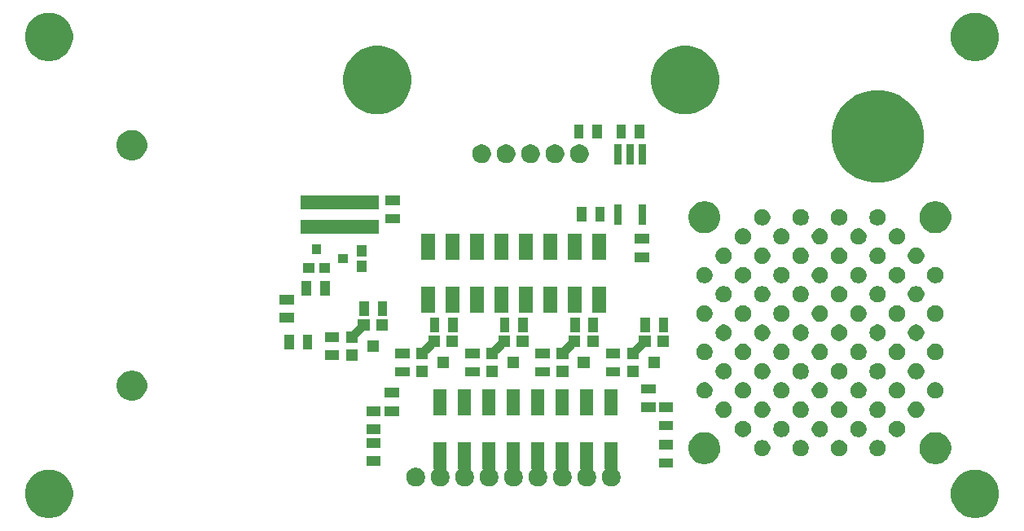
<source format=gbs>
G04 #@! TF.GenerationSoftware,KiCad,Pcbnew,5.0.2-bee76a0~70~ubuntu16.04.1*
G04 #@! TF.CreationDate,2019-12-01T15:08:28-08:00*
G04 #@! TF.ProjectId,endcap,656e6463-6170-42e6-9b69-6361645f7063,2.0*
G04 #@! TF.SameCoordinates,PX2faf080PY2faf080*
G04 #@! TF.FileFunction,Soldermask,Bot*
G04 #@! TF.FilePolarity,Negative*
%FSLAX46Y46*%
G04 Gerber Fmt 4.6, Leading zero omitted, Abs format (unit mm)*
G04 Created by KiCad (PCBNEW 5.0.2-bee76a0~70~ubuntu16.04.1) date Sun 01 Dec 2019 03:08:28 PM PST*
%MOMM*%
%LPD*%
G01*
G04 APERTURE LIST*
%ADD10C,0.100000*%
G04 APERTURE END LIST*
D10*
G36*
X101604827Y-48795446D02*
X101854515Y-48845112D01*
X102309668Y-49033643D01*
X102315726Y-49037691D01*
X102719297Y-49307349D01*
X103067651Y-49655703D01*
X103067653Y-49655706D01*
X103272520Y-49962310D01*
X103341358Y-50065334D01*
X103396577Y-50198644D01*
X103511462Y-50476000D01*
X103529888Y-50520486D01*
X103626000Y-51003672D01*
X103626000Y-51496328D01*
X103529888Y-51979514D01*
X103341358Y-52434666D01*
X103067651Y-52844297D01*
X102719297Y-53192651D01*
X102719294Y-53192653D01*
X102309668Y-53466357D01*
X101854515Y-53654888D01*
X101612921Y-53702944D01*
X101371328Y-53751000D01*
X100878672Y-53751000D01*
X100637079Y-53702944D01*
X100395485Y-53654888D01*
X99940332Y-53466357D01*
X99530706Y-53192653D01*
X99530703Y-53192651D01*
X99182349Y-52844297D01*
X98908642Y-52434666D01*
X98720112Y-51979514D01*
X98624000Y-51496328D01*
X98624000Y-51003672D01*
X98720112Y-50520486D01*
X98738539Y-50476000D01*
X98853423Y-50198644D01*
X98908642Y-50065334D01*
X98977481Y-49962310D01*
X99182347Y-49655706D01*
X99182349Y-49655703D01*
X99530703Y-49307349D01*
X99934274Y-49037691D01*
X99940332Y-49033643D01*
X100395485Y-48845112D01*
X100645173Y-48795446D01*
X100878672Y-48749000D01*
X101371328Y-48749000D01*
X101604827Y-48795446D01*
X101604827Y-48795446D01*
G37*
G36*
X5354827Y-48795446D02*
X5604515Y-48845112D01*
X6059668Y-49033643D01*
X6065726Y-49037691D01*
X6469297Y-49307349D01*
X6817651Y-49655703D01*
X6817653Y-49655706D01*
X7022520Y-49962310D01*
X7091358Y-50065334D01*
X7146577Y-50198644D01*
X7261462Y-50476000D01*
X7279888Y-50520486D01*
X7376000Y-51003672D01*
X7376000Y-51496328D01*
X7279888Y-51979514D01*
X7091358Y-52434666D01*
X6817651Y-52844297D01*
X6469297Y-53192651D01*
X6469294Y-53192653D01*
X6059668Y-53466357D01*
X5604515Y-53654888D01*
X5362921Y-53702944D01*
X5121328Y-53751000D01*
X4628672Y-53751000D01*
X4387079Y-53702944D01*
X4145485Y-53654888D01*
X3690332Y-53466357D01*
X3280706Y-53192653D01*
X3280703Y-53192651D01*
X2932349Y-52844297D01*
X2658642Y-52434666D01*
X2470112Y-51979514D01*
X2374000Y-51496328D01*
X2374000Y-51003672D01*
X2470112Y-50520486D01*
X2488539Y-50476000D01*
X2603423Y-50198644D01*
X2658642Y-50065334D01*
X2727481Y-49962310D01*
X2932347Y-49655706D01*
X2932349Y-49655703D01*
X3280703Y-49307349D01*
X3684274Y-49037691D01*
X3690332Y-49033643D01*
X4145485Y-48845112D01*
X4395173Y-48795446D01*
X4628672Y-48749000D01*
X5121328Y-48749000D01*
X5354827Y-48795446D01*
X5354827Y-48795446D01*
G37*
G36*
X48741000Y-48699801D02*
X48740450Y-48701614D01*
X48738048Y-48726000D01*
X48740450Y-48750386D01*
X48747563Y-48773835D01*
X48759114Y-48795446D01*
X48774660Y-48814388D01*
X48838106Y-48877834D01*
X48838108Y-48877837D01*
X48944920Y-49037691D01*
X49018492Y-49215311D01*
X49056000Y-49403872D01*
X49056000Y-49596128D01*
X49018492Y-49784689D01*
X48944920Y-49962309D01*
X48876080Y-50065334D01*
X48838106Y-50122166D01*
X48702166Y-50258106D01*
X48702163Y-50258108D01*
X48542309Y-50364920D01*
X48364689Y-50438492D01*
X48364688Y-50438492D01*
X48364686Y-50438493D01*
X48176129Y-50476000D01*
X47983871Y-50476000D01*
X47795314Y-50438493D01*
X47795312Y-50438492D01*
X47795311Y-50438492D01*
X47617691Y-50364920D01*
X47457837Y-50258108D01*
X47457834Y-50258106D01*
X47321894Y-50122166D01*
X47283920Y-50065334D01*
X47215080Y-49962309D01*
X47141508Y-49784689D01*
X47104000Y-49596128D01*
X47104000Y-49403872D01*
X47141508Y-49215311D01*
X47215080Y-49037691D01*
X47321892Y-48877837D01*
X47321894Y-48877834D01*
X47385340Y-48814388D01*
X47400886Y-48795446D01*
X47412437Y-48773835D01*
X47419550Y-48750386D01*
X47421952Y-48726000D01*
X47419550Y-48701614D01*
X47412437Y-48678165D01*
X47400886Y-48656554D01*
X47385340Y-48637612D01*
X47366398Y-48622066D01*
X47344787Y-48610515D01*
X47339000Y-48608760D01*
X47339000Y-45899000D01*
X48741000Y-45899000D01*
X48741000Y-48699801D01*
X48741000Y-48699801D01*
G37*
G36*
X63981000Y-48699801D02*
X63980450Y-48701614D01*
X63978048Y-48726000D01*
X63980450Y-48750386D01*
X63987563Y-48773835D01*
X63999114Y-48795446D01*
X64014660Y-48814388D01*
X64078106Y-48877834D01*
X64078108Y-48877837D01*
X64184920Y-49037691D01*
X64258492Y-49215311D01*
X64296000Y-49403872D01*
X64296000Y-49596128D01*
X64258492Y-49784689D01*
X64184920Y-49962309D01*
X64116080Y-50065334D01*
X64078106Y-50122166D01*
X63942166Y-50258106D01*
X63942163Y-50258108D01*
X63782309Y-50364920D01*
X63604689Y-50438492D01*
X63604688Y-50438492D01*
X63604686Y-50438493D01*
X63416129Y-50476000D01*
X63223871Y-50476000D01*
X63035314Y-50438493D01*
X63035312Y-50438492D01*
X63035311Y-50438492D01*
X62857691Y-50364920D01*
X62697837Y-50258108D01*
X62697834Y-50258106D01*
X62561894Y-50122166D01*
X62523920Y-50065334D01*
X62455080Y-49962309D01*
X62381508Y-49784689D01*
X62344000Y-49596128D01*
X62344000Y-49403872D01*
X62381508Y-49215311D01*
X62455080Y-49037691D01*
X62561892Y-48877837D01*
X62561894Y-48877834D01*
X62625340Y-48814388D01*
X62640886Y-48795446D01*
X62652437Y-48773835D01*
X62659550Y-48750386D01*
X62661952Y-48726000D01*
X62659550Y-48701614D01*
X62652437Y-48678165D01*
X62640886Y-48656554D01*
X62625340Y-48637612D01*
X62606398Y-48622066D01*
X62584787Y-48610515D01*
X62579000Y-48608760D01*
X62579000Y-45899000D01*
X63981000Y-45899000D01*
X63981000Y-48699801D01*
X63981000Y-48699801D01*
G37*
G36*
X61441000Y-48699801D02*
X61440450Y-48701614D01*
X61438048Y-48726000D01*
X61440450Y-48750386D01*
X61447563Y-48773835D01*
X61459114Y-48795446D01*
X61474660Y-48814388D01*
X61538106Y-48877834D01*
X61538108Y-48877837D01*
X61644920Y-49037691D01*
X61718492Y-49215311D01*
X61756000Y-49403872D01*
X61756000Y-49596128D01*
X61718492Y-49784689D01*
X61644920Y-49962309D01*
X61576080Y-50065334D01*
X61538106Y-50122166D01*
X61402166Y-50258106D01*
X61402163Y-50258108D01*
X61242309Y-50364920D01*
X61064689Y-50438492D01*
X61064688Y-50438492D01*
X61064686Y-50438493D01*
X60876129Y-50476000D01*
X60683871Y-50476000D01*
X60495314Y-50438493D01*
X60495312Y-50438492D01*
X60495311Y-50438492D01*
X60317691Y-50364920D01*
X60157837Y-50258108D01*
X60157834Y-50258106D01*
X60021894Y-50122166D01*
X59983920Y-50065334D01*
X59915080Y-49962309D01*
X59841508Y-49784689D01*
X59804000Y-49596128D01*
X59804000Y-49403872D01*
X59841508Y-49215311D01*
X59915080Y-49037691D01*
X60021892Y-48877837D01*
X60021894Y-48877834D01*
X60085340Y-48814388D01*
X60100886Y-48795446D01*
X60112437Y-48773835D01*
X60119550Y-48750386D01*
X60121952Y-48726000D01*
X60119550Y-48701614D01*
X60112437Y-48678165D01*
X60100886Y-48656554D01*
X60085340Y-48637612D01*
X60066398Y-48622066D01*
X60044787Y-48610515D01*
X60039000Y-48608760D01*
X60039000Y-45899000D01*
X61441000Y-45899000D01*
X61441000Y-48699801D01*
X61441000Y-48699801D01*
G37*
G36*
X58901000Y-48699801D02*
X58900450Y-48701614D01*
X58898048Y-48726000D01*
X58900450Y-48750386D01*
X58907563Y-48773835D01*
X58919114Y-48795446D01*
X58934660Y-48814388D01*
X58998106Y-48877834D01*
X58998108Y-48877837D01*
X59104920Y-49037691D01*
X59178492Y-49215311D01*
X59216000Y-49403872D01*
X59216000Y-49596128D01*
X59178492Y-49784689D01*
X59104920Y-49962309D01*
X59036080Y-50065334D01*
X58998106Y-50122166D01*
X58862166Y-50258106D01*
X58862163Y-50258108D01*
X58702309Y-50364920D01*
X58524689Y-50438492D01*
X58524688Y-50438492D01*
X58524686Y-50438493D01*
X58336129Y-50476000D01*
X58143871Y-50476000D01*
X57955314Y-50438493D01*
X57955312Y-50438492D01*
X57955311Y-50438492D01*
X57777691Y-50364920D01*
X57617837Y-50258108D01*
X57617834Y-50258106D01*
X57481894Y-50122166D01*
X57443920Y-50065334D01*
X57375080Y-49962309D01*
X57301508Y-49784689D01*
X57264000Y-49596128D01*
X57264000Y-49403872D01*
X57301508Y-49215311D01*
X57375080Y-49037691D01*
X57481892Y-48877837D01*
X57481894Y-48877834D01*
X57545340Y-48814388D01*
X57560886Y-48795446D01*
X57572437Y-48773835D01*
X57579550Y-48750386D01*
X57581952Y-48726000D01*
X57579550Y-48701614D01*
X57572437Y-48678165D01*
X57560886Y-48656554D01*
X57545340Y-48637612D01*
X57526398Y-48622066D01*
X57504787Y-48610515D01*
X57499000Y-48608760D01*
X57499000Y-45899000D01*
X58901000Y-45899000D01*
X58901000Y-48699801D01*
X58901000Y-48699801D01*
G37*
G36*
X56361000Y-48699801D02*
X56360450Y-48701614D01*
X56358048Y-48726000D01*
X56360450Y-48750386D01*
X56367563Y-48773835D01*
X56379114Y-48795446D01*
X56394660Y-48814388D01*
X56458106Y-48877834D01*
X56458108Y-48877837D01*
X56564920Y-49037691D01*
X56638492Y-49215311D01*
X56676000Y-49403872D01*
X56676000Y-49596128D01*
X56638492Y-49784689D01*
X56564920Y-49962309D01*
X56496080Y-50065334D01*
X56458106Y-50122166D01*
X56322166Y-50258106D01*
X56322163Y-50258108D01*
X56162309Y-50364920D01*
X55984689Y-50438492D01*
X55984688Y-50438492D01*
X55984686Y-50438493D01*
X55796129Y-50476000D01*
X55603871Y-50476000D01*
X55415314Y-50438493D01*
X55415312Y-50438492D01*
X55415311Y-50438492D01*
X55237691Y-50364920D01*
X55077837Y-50258108D01*
X55077834Y-50258106D01*
X54941894Y-50122166D01*
X54903920Y-50065334D01*
X54835080Y-49962309D01*
X54761508Y-49784689D01*
X54724000Y-49596128D01*
X54724000Y-49403872D01*
X54761508Y-49215311D01*
X54835080Y-49037691D01*
X54941892Y-48877837D01*
X54941894Y-48877834D01*
X55005340Y-48814388D01*
X55020886Y-48795446D01*
X55032437Y-48773835D01*
X55039550Y-48750386D01*
X55041952Y-48726000D01*
X55039550Y-48701614D01*
X55032437Y-48678165D01*
X55020886Y-48656554D01*
X55005340Y-48637612D01*
X54986398Y-48622066D01*
X54964787Y-48610515D01*
X54959000Y-48608760D01*
X54959000Y-45899000D01*
X56361000Y-45899000D01*
X56361000Y-48699801D01*
X56361000Y-48699801D01*
G37*
G36*
X53821000Y-48699801D02*
X53820450Y-48701614D01*
X53818048Y-48726000D01*
X53820450Y-48750386D01*
X53827563Y-48773835D01*
X53839114Y-48795446D01*
X53854660Y-48814388D01*
X53918106Y-48877834D01*
X53918108Y-48877837D01*
X54024920Y-49037691D01*
X54098492Y-49215311D01*
X54136000Y-49403872D01*
X54136000Y-49596128D01*
X54098492Y-49784689D01*
X54024920Y-49962309D01*
X53956080Y-50065334D01*
X53918106Y-50122166D01*
X53782166Y-50258106D01*
X53782163Y-50258108D01*
X53622309Y-50364920D01*
X53444689Y-50438492D01*
X53444688Y-50438492D01*
X53444686Y-50438493D01*
X53256129Y-50476000D01*
X53063871Y-50476000D01*
X52875314Y-50438493D01*
X52875312Y-50438492D01*
X52875311Y-50438492D01*
X52697691Y-50364920D01*
X52537837Y-50258108D01*
X52537834Y-50258106D01*
X52401894Y-50122166D01*
X52363920Y-50065334D01*
X52295080Y-49962309D01*
X52221508Y-49784689D01*
X52184000Y-49596128D01*
X52184000Y-49403872D01*
X52221508Y-49215311D01*
X52295080Y-49037691D01*
X52401892Y-48877837D01*
X52401894Y-48877834D01*
X52465340Y-48814388D01*
X52480886Y-48795446D01*
X52492437Y-48773835D01*
X52499550Y-48750386D01*
X52501952Y-48726000D01*
X52499550Y-48701614D01*
X52492437Y-48678165D01*
X52480886Y-48656554D01*
X52465340Y-48637612D01*
X52446398Y-48622066D01*
X52424787Y-48610515D01*
X52419000Y-48608760D01*
X52419000Y-45899000D01*
X53821000Y-45899000D01*
X53821000Y-48699801D01*
X53821000Y-48699801D01*
G37*
G36*
X51281000Y-48699801D02*
X51280450Y-48701614D01*
X51278048Y-48726000D01*
X51280450Y-48750386D01*
X51287563Y-48773835D01*
X51299114Y-48795446D01*
X51314660Y-48814388D01*
X51378106Y-48877834D01*
X51378108Y-48877837D01*
X51484920Y-49037691D01*
X51558492Y-49215311D01*
X51596000Y-49403872D01*
X51596000Y-49596128D01*
X51558492Y-49784689D01*
X51484920Y-49962309D01*
X51416080Y-50065334D01*
X51378106Y-50122166D01*
X51242166Y-50258106D01*
X51242163Y-50258108D01*
X51082309Y-50364920D01*
X50904689Y-50438492D01*
X50904688Y-50438492D01*
X50904686Y-50438493D01*
X50716129Y-50476000D01*
X50523871Y-50476000D01*
X50335314Y-50438493D01*
X50335312Y-50438492D01*
X50335311Y-50438492D01*
X50157691Y-50364920D01*
X49997837Y-50258108D01*
X49997834Y-50258106D01*
X49861894Y-50122166D01*
X49823920Y-50065334D01*
X49755080Y-49962309D01*
X49681508Y-49784689D01*
X49644000Y-49596128D01*
X49644000Y-49403872D01*
X49681508Y-49215311D01*
X49755080Y-49037691D01*
X49861892Y-48877837D01*
X49861894Y-48877834D01*
X49925340Y-48814388D01*
X49940886Y-48795446D01*
X49952437Y-48773835D01*
X49959550Y-48750386D01*
X49961952Y-48726000D01*
X49959550Y-48701614D01*
X49952437Y-48678165D01*
X49940886Y-48656554D01*
X49925340Y-48637612D01*
X49906398Y-48622066D01*
X49884787Y-48610515D01*
X49879000Y-48608760D01*
X49879000Y-45899000D01*
X51281000Y-45899000D01*
X51281000Y-48699801D01*
X51281000Y-48699801D01*
G37*
G36*
X46201000Y-48699801D02*
X46200450Y-48701614D01*
X46198048Y-48726000D01*
X46200450Y-48750386D01*
X46207563Y-48773835D01*
X46219114Y-48795446D01*
X46234660Y-48814388D01*
X46298106Y-48877834D01*
X46298108Y-48877837D01*
X46404920Y-49037691D01*
X46478492Y-49215311D01*
X46516000Y-49403872D01*
X46516000Y-49596128D01*
X46478492Y-49784689D01*
X46404920Y-49962309D01*
X46336080Y-50065334D01*
X46298106Y-50122166D01*
X46162166Y-50258106D01*
X46162163Y-50258108D01*
X46002309Y-50364920D01*
X45824689Y-50438492D01*
X45824688Y-50438492D01*
X45824686Y-50438493D01*
X45636129Y-50476000D01*
X45443871Y-50476000D01*
X45255314Y-50438493D01*
X45255312Y-50438492D01*
X45255311Y-50438492D01*
X45077691Y-50364920D01*
X44917837Y-50258108D01*
X44917834Y-50258106D01*
X44781894Y-50122166D01*
X44743920Y-50065334D01*
X44675080Y-49962309D01*
X44601508Y-49784689D01*
X44564000Y-49596128D01*
X44564000Y-49403872D01*
X44601508Y-49215311D01*
X44675080Y-49037691D01*
X44781892Y-48877837D01*
X44781894Y-48877834D01*
X44845340Y-48814388D01*
X44860886Y-48795446D01*
X44872437Y-48773835D01*
X44879550Y-48750386D01*
X44881952Y-48726000D01*
X44879550Y-48701614D01*
X44872437Y-48678165D01*
X44860886Y-48656554D01*
X44845340Y-48637612D01*
X44826398Y-48622066D01*
X44804787Y-48610515D01*
X44799000Y-48608760D01*
X44799000Y-45899000D01*
X46201000Y-45899000D01*
X46201000Y-48699801D01*
X46201000Y-48699801D01*
G37*
G36*
X43284686Y-48561507D02*
X43284688Y-48561508D01*
X43284689Y-48561508D01*
X43462309Y-48635080D01*
X43559170Y-48699801D01*
X43622166Y-48741894D01*
X43758106Y-48877834D01*
X43758108Y-48877837D01*
X43864920Y-49037691D01*
X43938492Y-49215311D01*
X43976000Y-49403872D01*
X43976000Y-49596128D01*
X43938492Y-49784689D01*
X43864920Y-49962309D01*
X43796080Y-50065334D01*
X43758106Y-50122166D01*
X43622166Y-50258106D01*
X43622163Y-50258108D01*
X43462309Y-50364920D01*
X43284689Y-50438492D01*
X43284688Y-50438492D01*
X43284686Y-50438493D01*
X43096129Y-50476000D01*
X42903871Y-50476000D01*
X42715314Y-50438493D01*
X42715312Y-50438492D01*
X42715311Y-50438492D01*
X42537691Y-50364920D01*
X42377837Y-50258108D01*
X42377834Y-50258106D01*
X42241894Y-50122166D01*
X42203920Y-50065334D01*
X42135080Y-49962309D01*
X42061508Y-49784689D01*
X42024000Y-49596128D01*
X42024000Y-49403872D01*
X42061508Y-49215311D01*
X42135080Y-49037691D01*
X42241892Y-48877837D01*
X42241894Y-48877834D01*
X42377834Y-48741894D01*
X42440830Y-48699801D01*
X42537691Y-48635080D01*
X42715311Y-48561508D01*
X42715312Y-48561508D01*
X42715314Y-48561507D01*
X42903871Y-48524000D01*
X43096129Y-48524000D01*
X43284686Y-48561507D01*
X43284686Y-48561507D01*
G37*
G36*
X69749500Y-48548000D02*
X68250500Y-48548000D01*
X68250500Y-47557000D01*
X69749500Y-47557000D01*
X69749500Y-48548000D01*
X69749500Y-48548000D01*
G37*
G36*
X39349500Y-48348000D02*
X37850500Y-48348000D01*
X37850500Y-47357000D01*
X39349500Y-47357000D01*
X39349500Y-48348000D01*
X39349500Y-48348000D01*
G37*
G36*
X97375256Y-44891298D02*
X97481579Y-44912447D01*
X97782042Y-45036903D01*
X97967787Y-45161014D01*
X98052454Y-45217587D01*
X98282413Y-45447546D01*
X98282415Y-45447549D01*
X98463097Y-45717958D01*
X98562327Y-45957519D01*
X98587553Y-46018422D01*
X98651000Y-46337389D01*
X98651000Y-46662611D01*
X98608702Y-46875256D01*
X98587553Y-46981579D01*
X98463097Y-47282042D01*
X98284820Y-47548852D01*
X98282413Y-47552454D01*
X98052454Y-47782413D01*
X98052451Y-47782415D01*
X97782042Y-47963097D01*
X97481579Y-48087553D01*
X97375256Y-48108702D01*
X97162611Y-48151000D01*
X96837389Y-48151000D01*
X96624744Y-48108702D01*
X96518421Y-48087553D01*
X96217958Y-47963097D01*
X95947549Y-47782415D01*
X95947546Y-47782413D01*
X95717587Y-47552454D01*
X95715180Y-47548852D01*
X95536903Y-47282042D01*
X95412447Y-46981579D01*
X95391298Y-46875256D01*
X95349000Y-46662611D01*
X95349000Y-46337389D01*
X95412447Y-46018422D01*
X95437674Y-45957519D01*
X95536903Y-45717958D01*
X95717585Y-45447549D01*
X95717587Y-45447546D01*
X95947546Y-45217587D01*
X96032213Y-45161014D01*
X96217958Y-45036903D01*
X96518421Y-44912447D01*
X96624744Y-44891298D01*
X96837389Y-44849000D01*
X97162611Y-44849000D01*
X97375256Y-44891298D01*
X97375256Y-44891298D01*
G37*
G36*
X73375256Y-44891298D02*
X73481579Y-44912447D01*
X73782042Y-45036903D01*
X73967787Y-45161014D01*
X74052454Y-45217587D01*
X74282413Y-45447546D01*
X74282415Y-45447549D01*
X74463097Y-45717958D01*
X74562327Y-45957519D01*
X74587553Y-46018422D01*
X74651000Y-46337389D01*
X74651000Y-46662611D01*
X74608702Y-46875256D01*
X74587553Y-46981579D01*
X74463097Y-47282042D01*
X74284820Y-47548852D01*
X74282413Y-47552454D01*
X74052454Y-47782413D01*
X74052451Y-47782415D01*
X73782042Y-47963097D01*
X73481579Y-48087553D01*
X73375256Y-48108702D01*
X73162611Y-48151000D01*
X72837389Y-48151000D01*
X72624744Y-48108702D01*
X72518421Y-48087553D01*
X72217958Y-47963097D01*
X71947549Y-47782415D01*
X71947546Y-47782413D01*
X71717587Y-47552454D01*
X71715180Y-47548852D01*
X71536903Y-47282042D01*
X71412447Y-46981579D01*
X71391298Y-46875256D01*
X71349000Y-46662611D01*
X71349000Y-46337389D01*
X71412447Y-46018422D01*
X71437674Y-45957519D01*
X71536903Y-45717958D01*
X71717585Y-45447549D01*
X71717587Y-45447546D01*
X71947546Y-45217587D01*
X72032213Y-45161014D01*
X72217958Y-45036903D01*
X72518421Y-44912447D01*
X72624744Y-44891298D01*
X72837389Y-44849000D01*
X73162611Y-44849000D01*
X73375256Y-44891298D01*
X73375256Y-44891298D01*
G37*
G36*
X91248228Y-45681703D02*
X91403100Y-45745853D01*
X91542481Y-45838985D01*
X91661015Y-45957519D01*
X91754147Y-46096900D01*
X91818297Y-46251772D01*
X91851000Y-46416184D01*
X91851000Y-46583816D01*
X91818297Y-46748228D01*
X91754147Y-46903100D01*
X91661015Y-47042481D01*
X91542481Y-47161015D01*
X91403100Y-47254147D01*
X91248228Y-47318297D01*
X91083816Y-47351000D01*
X90916184Y-47351000D01*
X90751772Y-47318297D01*
X90596900Y-47254147D01*
X90457519Y-47161015D01*
X90338985Y-47042481D01*
X90245853Y-46903100D01*
X90181703Y-46748228D01*
X90149000Y-46583816D01*
X90149000Y-46416184D01*
X90181703Y-46251772D01*
X90245853Y-46096900D01*
X90338985Y-45957519D01*
X90457519Y-45838985D01*
X90596900Y-45745853D01*
X90751772Y-45681703D01*
X90916184Y-45649000D01*
X91083816Y-45649000D01*
X91248228Y-45681703D01*
X91248228Y-45681703D01*
G37*
G36*
X79248228Y-45681703D02*
X79403100Y-45745853D01*
X79542481Y-45838985D01*
X79661015Y-45957519D01*
X79754147Y-46096900D01*
X79818297Y-46251772D01*
X79851000Y-46416184D01*
X79851000Y-46583816D01*
X79818297Y-46748228D01*
X79754147Y-46903100D01*
X79661015Y-47042481D01*
X79542481Y-47161015D01*
X79403100Y-47254147D01*
X79248228Y-47318297D01*
X79083816Y-47351000D01*
X78916184Y-47351000D01*
X78751772Y-47318297D01*
X78596900Y-47254147D01*
X78457519Y-47161015D01*
X78338985Y-47042481D01*
X78245853Y-46903100D01*
X78181703Y-46748228D01*
X78149000Y-46583816D01*
X78149000Y-46416184D01*
X78181703Y-46251772D01*
X78245853Y-46096900D01*
X78338985Y-45957519D01*
X78457519Y-45838985D01*
X78596900Y-45745853D01*
X78751772Y-45681703D01*
X78916184Y-45649000D01*
X79083816Y-45649000D01*
X79248228Y-45681703D01*
X79248228Y-45681703D01*
G37*
G36*
X87248228Y-45681703D02*
X87403100Y-45745853D01*
X87542481Y-45838985D01*
X87661015Y-45957519D01*
X87754147Y-46096900D01*
X87818297Y-46251772D01*
X87851000Y-46416184D01*
X87851000Y-46583816D01*
X87818297Y-46748228D01*
X87754147Y-46903100D01*
X87661015Y-47042481D01*
X87542481Y-47161015D01*
X87403100Y-47254147D01*
X87248228Y-47318297D01*
X87083816Y-47351000D01*
X86916184Y-47351000D01*
X86751772Y-47318297D01*
X86596900Y-47254147D01*
X86457519Y-47161015D01*
X86338985Y-47042481D01*
X86245853Y-46903100D01*
X86181703Y-46748228D01*
X86149000Y-46583816D01*
X86149000Y-46416184D01*
X86181703Y-46251772D01*
X86245853Y-46096900D01*
X86338985Y-45957519D01*
X86457519Y-45838985D01*
X86596900Y-45745853D01*
X86751772Y-45681703D01*
X86916184Y-45649000D01*
X87083816Y-45649000D01*
X87248228Y-45681703D01*
X87248228Y-45681703D01*
G37*
G36*
X83248228Y-45681703D02*
X83403100Y-45745853D01*
X83542481Y-45838985D01*
X83661015Y-45957519D01*
X83754147Y-46096900D01*
X83818297Y-46251772D01*
X83851000Y-46416184D01*
X83851000Y-46583816D01*
X83818297Y-46748228D01*
X83754147Y-46903100D01*
X83661015Y-47042481D01*
X83542481Y-47161015D01*
X83403100Y-47254147D01*
X83248228Y-47318297D01*
X83083816Y-47351000D01*
X82916184Y-47351000D01*
X82751772Y-47318297D01*
X82596900Y-47254147D01*
X82457519Y-47161015D01*
X82338985Y-47042481D01*
X82245853Y-46903100D01*
X82181703Y-46748228D01*
X82149000Y-46583816D01*
X82149000Y-46416184D01*
X82181703Y-46251772D01*
X82245853Y-46096900D01*
X82338985Y-45957519D01*
X82457519Y-45838985D01*
X82596900Y-45745853D01*
X82751772Y-45681703D01*
X82916184Y-45649000D01*
X83083816Y-45649000D01*
X83248228Y-45681703D01*
X83248228Y-45681703D01*
G37*
G36*
X69749500Y-46643000D02*
X68250500Y-46643000D01*
X68250500Y-45652000D01*
X69749500Y-45652000D01*
X69749500Y-46643000D01*
X69749500Y-46643000D01*
G37*
G36*
X39349500Y-46443000D02*
X37850500Y-46443000D01*
X37850500Y-45452000D01*
X39349500Y-45452000D01*
X39349500Y-46443000D01*
X39349500Y-46443000D01*
G37*
G36*
X93248228Y-43681703D02*
X93403100Y-43745853D01*
X93542481Y-43838985D01*
X93661015Y-43957519D01*
X93754147Y-44096900D01*
X93818297Y-44251772D01*
X93851000Y-44416184D01*
X93851000Y-44583816D01*
X93818297Y-44748228D01*
X93754147Y-44903100D01*
X93661015Y-45042481D01*
X93542481Y-45161015D01*
X93403100Y-45254147D01*
X93248228Y-45318297D01*
X93083816Y-45351000D01*
X92916184Y-45351000D01*
X92751772Y-45318297D01*
X92596900Y-45254147D01*
X92457519Y-45161015D01*
X92338985Y-45042481D01*
X92245853Y-44903100D01*
X92181703Y-44748228D01*
X92149000Y-44583816D01*
X92149000Y-44416184D01*
X92181703Y-44251772D01*
X92245853Y-44096900D01*
X92338985Y-43957519D01*
X92457519Y-43838985D01*
X92596900Y-43745853D01*
X92751772Y-43681703D01*
X92916184Y-43649000D01*
X93083816Y-43649000D01*
X93248228Y-43681703D01*
X93248228Y-43681703D01*
G37*
G36*
X81248228Y-43681703D02*
X81403100Y-43745853D01*
X81542481Y-43838985D01*
X81661015Y-43957519D01*
X81754147Y-44096900D01*
X81818297Y-44251772D01*
X81851000Y-44416184D01*
X81851000Y-44583816D01*
X81818297Y-44748228D01*
X81754147Y-44903100D01*
X81661015Y-45042481D01*
X81542481Y-45161015D01*
X81403100Y-45254147D01*
X81248228Y-45318297D01*
X81083816Y-45351000D01*
X80916184Y-45351000D01*
X80751772Y-45318297D01*
X80596900Y-45254147D01*
X80457519Y-45161015D01*
X80338985Y-45042481D01*
X80245853Y-44903100D01*
X80181703Y-44748228D01*
X80149000Y-44583816D01*
X80149000Y-44416184D01*
X80181703Y-44251772D01*
X80245853Y-44096900D01*
X80338985Y-43957519D01*
X80457519Y-43838985D01*
X80596900Y-43745853D01*
X80751772Y-43681703D01*
X80916184Y-43649000D01*
X81083816Y-43649000D01*
X81248228Y-43681703D01*
X81248228Y-43681703D01*
G37*
G36*
X77248228Y-43681703D02*
X77403100Y-43745853D01*
X77542481Y-43838985D01*
X77661015Y-43957519D01*
X77754147Y-44096900D01*
X77818297Y-44251772D01*
X77851000Y-44416184D01*
X77851000Y-44583816D01*
X77818297Y-44748228D01*
X77754147Y-44903100D01*
X77661015Y-45042481D01*
X77542481Y-45161015D01*
X77403100Y-45254147D01*
X77248228Y-45318297D01*
X77083816Y-45351000D01*
X76916184Y-45351000D01*
X76751772Y-45318297D01*
X76596900Y-45254147D01*
X76457519Y-45161015D01*
X76338985Y-45042481D01*
X76245853Y-44903100D01*
X76181703Y-44748228D01*
X76149000Y-44583816D01*
X76149000Y-44416184D01*
X76181703Y-44251772D01*
X76245853Y-44096900D01*
X76338985Y-43957519D01*
X76457519Y-43838985D01*
X76596900Y-43745853D01*
X76751772Y-43681703D01*
X76916184Y-43649000D01*
X77083816Y-43649000D01*
X77248228Y-43681703D01*
X77248228Y-43681703D01*
G37*
G36*
X89248228Y-43681703D02*
X89403100Y-43745853D01*
X89542481Y-43838985D01*
X89661015Y-43957519D01*
X89754147Y-44096900D01*
X89818297Y-44251772D01*
X89851000Y-44416184D01*
X89851000Y-44583816D01*
X89818297Y-44748228D01*
X89754147Y-44903100D01*
X89661015Y-45042481D01*
X89542481Y-45161015D01*
X89403100Y-45254147D01*
X89248228Y-45318297D01*
X89083816Y-45351000D01*
X88916184Y-45351000D01*
X88751772Y-45318297D01*
X88596900Y-45254147D01*
X88457519Y-45161015D01*
X88338985Y-45042481D01*
X88245853Y-44903100D01*
X88181703Y-44748228D01*
X88149000Y-44583816D01*
X88149000Y-44416184D01*
X88181703Y-44251772D01*
X88245853Y-44096900D01*
X88338985Y-43957519D01*
X88457519Y-43838985D01*
X88596900Y-43745853D01*
X88751772Y-43681703D01*
X88916184Y-43649000D01*
X89083816Y-43649000D01*
X89248228Y-43681703D01*
X89248228Y-43681703D01*
G37*
G36*
X85248228Y-43681703D02*
X85403100Y-43745853D01*
X85542481Y-43838985D01*
X85661015Y-43957519D01*
X85754147Y-44096900D01*
X85818297Y-44251772D01*
X85851000Y-44416184D01*
X85851000Y-44583816D01*
X85818297Y-44748228D01*
X85754147Y-44903100D01*
X85661015Y-45042481D01*
X85542481Y-45161015D01*
X85403100Y-45254147D01*
X85248228Y-45318297D01*
X85083816Y-45351000D01*
X84916184Y-45351000D01*
X84751772Y-45318297D01*
X84596900Y-45254147D01*
X84457519Y-45161015D01*
X84338985Y-45042481D01*
X84245853Y-44903100D01*
X84181703Y-44748228D01*
X84149000Y-44583816D01*
X84149000Y-44416184D01*
X84181703Y-44251772D01*
X84245853Y-44096900D01*
X84338985Y-43957519D01*
X84457519Y-43838985D01*
X84596900Y-43745853D01*
X84751772Y-43681703D01*
X84916184Y-43649000D01*
X85083816Y-43649000D01*
X85248228Y-43681703D01*
X85248228Y-43681703D01*
G37*
G36*
X39349500Y-45048000D02*
X37850500Y-45048000D01*
X37850500Y-44057000D01*
X39349500Y-44057000D01*
X39349500Y-45048000D01*
X39349500Y-45048000D01*
G37*
G36*
X69749500Y-44648000D02*
X68250500Y-44648000D01*
X68250500Y-43657000D01*
X69749500Y-43657000D01*
X69749500Y-44648000D01*
X69749500Y-44648000D01*
G37*
G36*
X87248228Y-41681703D02*
X87403100Y-41745853D01*
X87542481Y-41838985D01*
X87661015Y-41957519D01*
X87754147Y-42096900D01*
X87818297Y-42251772D01*
X87851000Y-42416184D01*
X87851000Y-42583816D01*
X87818297Y-42748228D01*
X87754147Y-42903100D01*
X87661015Y-43042481D01*
X87542481Y-43161015D01*
X87403100Y-43254147D01*
X87248228Y-43318297D01*
X87083816Y-43351000D01*
X86916184Y-43351000D01*
X86751772Y-43318297D01*
X86596900Y-43254147D01*
X86457519Y-43161015D01*
X86338985Y-43042481D01*
X86245853Y-42903100D01*
X86181703Y-42748228D01*
X86149000Y-42583816D01*
X86149000Y-42416184D01*
X86181703Y-42251772D01*
X86245853Y-42096900D01*
X86338985Y-41957519D01*
X86457519Y-41838985D01*
X86596900Y-41745853D01*
X86751772Y-41681703D01*
X86916184Y-41649000D01*
X87083816Y-41649000D01*
X87248228Y-41681703D01*
X87248228Y-41681703D01*
G37*
G36*
X95248228Y-41681703D02*
X95403100Y-41745853D01*
X95542481Y-41838985D01*
X95661015Y-41957519D01*
X95754147Y-42096900D01*
X95818297Y-42251772D01*
X95851000Y-42416184D01*
X95851000Y-42583816D01*
X95818297Y-42748228D01*
X95754147Y-42903100D01*
X95661015Y-43042481D01*
X95542481Y-43161015D01*
X95403100Y-43254147D01*
X95248228Y-43318297D01*
X95083816Y-43351000D01*
X94916184Y-43351000D01*
X94751772Y-43318297D01*
X94596900Y-43254147D01*
X94457519Y-43161015D01*
X94338985Y-43042481D01*
X94245853Y-42903100D01*
X94181703Y-42748228D01*
X94149000Y-42583816D01*
X94149000Y-42416184D01*
X94181703Y-42251772D01*
X94245853Y-42096900D01*
X94338985Y-41957519D01*
X94457519Y-41838985D01*
X94596900Y-41745853D01*
X94751772Y-41681703D01*
X94916184Y-41649000D01*
X95083816Y-41649000D01*
X95248228Y-41681703D01*
X95248228Y-41681703D01*
G37*
G36*
X91248228Y-41681703D02*
X91403100Y-41745853D01*
X91542481Y-41838985D01*
X91661015Y-41957519D01*
X91754147Y-42096900D01*
X91818297Y-42251772D01*
X91851000Y-42416184D01*
X91851000Y-42583816D01*
X91818297Y-42748228D01*
X91754147Y-42903100D01*
X91661015Y-43042481D01*
X91542481Y-43161015D01*
X91403100Y-43254147D01*
X91248228Y-43318297D01*
X91083816Y-43351000D01*
X90916184Y-43351000D01*
X90751772Y-43318297D01*
X90596900Y-43254147D01*
X90457519Y-43161015D01*
X90338985Y-43042481D01*
X90245853Y-42903100D01*
X90181703Y-42748228D01*
X90149000Y-42583816D01*
X90149000Y-42416184D01*
X90181703Y-42251772D01*
X90245853Y-42096900D01*
X90338985Y-41957519D01*
X90457519Y-41838985D01*
X90596900Y-41745853D01*
X90751772Y-41681703D01*
X90916184Y-41649000D01*
X91083816Y-41649000D01*
X91248228Y-41681703D01*
X91248228Y-41681703D01*
G37*
G36*
X75248228Y-41681703D02*
X75403100Y-41745853D01*
X75542481Y-41838985D01*
X75661015Y-41957519D01*
X75754147Y-42096900D01*
X75818297Y-42251772D01*
X75851000Y-42416184D01*
X75851000Y-42583816D01*
X75818297Y-42748228D01*
X75754147Y-42903100D01*
X75661015Y-43042481D01*
X75542481Y-43161015D01*
X75403100Y-43254147D01*
X75248228Y-43318297D01*
X75083816Y-43351000D01*
X74916184Y-43351000D01*
X74751772Y-43318297D01*
X74596900Y-43254147D01*
X74457519Y-43161015D01*
X74338985Y-43042481D01*
X74245853Y-42903100D01*
X74181703Y-42748228D01*
X74149000Y-42583816D01*
X74149000Y-42416184D01*
X74181703Y-42251772D01*
X74245853Y-42096900D01*
X74338985Y-41957519D01*
X74457519Y-41838985D01*
X74596900Y-41745853D01*
X74751772Y-41681703D01*
X74916184Y-41649000D01*
X75083816Y-41649000D01*
X75248228Y-41681703D01*
X75248228Y-41681703D01*
G37*
G36*
X83248228Y-41681703D02*
X83403100Y-41745853D01*
X83542481Y-41838985D01*
X83661015Y-41957519D01*
X83754147Y-42096900D01*
X83818297Y-42251772D01*
X83851000Y-42416184D01*
X83851000Y-42583816D01*
X83818297Y-42748228D01*
X83754147Y-42903100D01*
X83661015Y-43042481D01*
X83542481Y-43161015D01*
X83403100Y-43254147D01*
X83248228Y-43318297D01*
X83083816Y-43351000D01*
X82916184Y-43351000D01*
X82751772Y-43318297D01*
X82596900Y-43254147D01*
X82457519Y-43161015D01*
X82338985Y-43042481D01*
X82245853Y-42903100D01*
X82181703Y-42748228D01*
X82149000Y-42583816D01*
X82149000Y-42416184D01*
X82181703Y-42251772D01*
X82245853Y-42096900D01*
X82338985Y-41957519D01*
X82457519Y-41838985D01*
X82596900Y-41745853D01*
X82751772Y-41681703D01*
X82916184Y-41649000D01*
X83083816Y-41649000D01*
X83248228Y-41681703D01*
X83248228Y-41681703D01*
G37*
G36*
X79248228Y-41681703D02*
X79403100Y-41745853D01*
X79542481Y-41838985D01*
X79661015Y-41957519D01*
X79754147Y-42096900D01*
X79818297Y-42251772D01*
X79851000Y-42416184D01*
X79851000Y-42583816D01*
X79818297Y-42748228D01*
X79754147Y-42903100D01*
X79661015Y-43042481D01*
X79542481Y-43161015D01*
X79403100Y-43254147D01*
X79248228Y-43318297D01*
X79083816Y-43351000D01*
X78916184Y-43351000D01*
X78751772Y-43318297D01*
X78596900Y-43254147D01*
X78457519Y-43161015D01*
X78338985Y-43042481D01*
X78245853Y-42903100D01*
X78181703Y-42748228D01*
X78149000Y-42583816D01*
X78149000Y-42416184D01*
X78181703Y-42251772D01*
X78245853Y-42096900D01*
X78338985Y-41957519D01*
X78457519Y-41838985D01*
X78596900Y-41745853D01*
X78751772Y-41681703D01*
X78916184Y-41649000D01*
X79083816Y-41649000D01*
X79248228Y-41681703D01*
X79248228Y-41681703D01*
G37*
G36*
X41249500Y-43148000D02*
X39750500Y-43148000D01*
X39750500Y-42157000D01*
X41249500Y-42157000D01*
X41249500Y-43148000D01*
X41249500Y-43148000D01*
G37*
G36*
X39349500Y-43143000D02*
X37850500Y-43143000D01*
X37850500Y-42152000D01*
X39349500Y-42152000D01*
X39349500Y-43143000D01*
X39349500Y-43143000D01*
G37*
G36*
X53821000Y-43101000D02*
X52419000Y-43101000D01*
X52419000Y-40399000D01*
X53821000Y-40399000D01*
X53821000Y-43101000D01*
X53821000Y-43101000D01*
G37*
G36*
X63981000Y-43101000D02*
X62579000Y-43101000D01*
X62579000Y-40399000D01*
X63981000Y-40399000D01*
X63981000Y-43101000D01*
X63981000Y-43101000D01*
G37*
G36*
X46201000Y-43101000D02*
X44799000Y-43101000D01*
X44799000Y-40399000D01*
X46201000Y-40399000D01*
X46201000Y-43101000D01*
X46201000Y-43101000D01*
G37*
G36*
X61441000Y-43101000D02*
X60039000Y-43101000D01*
X60039000Y-40399000D01*
X61441000Y-40399000D01*
X61441000Y-43101000D01*
X61441000Y-43101000D01*
G37*
G36*
X48741000Y-43101000D02*
X47339000Y-43101000D01*
X47339000Y-40399000D01*
X48741000Y-40399000D01*
X48741000Y-43101000D01*
X48741000Y-43101000D01*
G37*
G36*
X51281000Y-43101000D02*
X49879000Y-43101000D01*
X49879000Y-40399000D01*
X51281000Y-40399000D01*
X51281000Y-43101000D01*
X51281000Y-43101000D01*
G37*
G36*
X56361000Y-43101000D02*
X54959000Y-43101000D01*
X54959000Y-40399000D01*
X56361000Y-40399000D01*
X56361000Y-43101000D01*
X56361000Y-43101000D01*
G37*
G36*
X58901000Y-43101000D02*
X57499000Y-43101000D01*
X57499000Y-40399000D01*
X58901000Y-40399000D01*
X58901000Y-43101000D01*
X58901000Y-43101000D01*
G37*
G36*
X67949500Y-42748000D02*
X66450500Y-42748000D01*
X66450500Y-41757000D01*
X67949500Y-41757000D01*
X67949500Y-42748000D01*
X67949500Y-42748000D01*
G37*
G36*
X69749500Y-42743000D02*
X68250500Y-42743000D01*
X68250500Y-41752000D01*
X69749500Y-41752000D01*
X69749500Y-42743000D01*
X69749500Y-42743000D01*
G37*
G36*
X13705739Y-38434048D02*
X13959702Y-38484564D01*
X14246516Y-38603367D01*
X14504642Y-38775841D01*
X14724159Y-38995358D01*
X14896633Y-39253484D01*
X15015436Y-39540298D01*
X15076000Y-39844778D01*
X15076000Y-40155222D01*
X15015436Y-40459702D01*
X14896633Y-40746516D01*
X14724159Y-41004642D01*
X14504642Y-41224159D01*
X14246516Y-41396633D01*
X13959702Y-41515436D01*
X13705739Y-41565952D01*
X13655223Y-41576000D01*
X13344777Y-41576000D01*
X13294261Y-41565952D01*
X13040298Y-41515436D01*
X12753484Y-41396633D01*
X12495358Y-41224159D01*
X12275841Y-41004642D01*
X12103367Y-40746516D01*
X11984564Y-40459702D01*
X11924000Y-40155222D01*
X11924000Y-39844778D01*
X11984564Y-39540298D01*
X12103367Y-39253484D01*
X12275841Y-38995358D01*
X12495358Y-38775841D01*
X12753484Y-38603367D01*
X13040298Y-38484564D01*
X13294261Y-38434048D01*
X13344777Y-38424000D01*
X13655223Y-38424000D01*
X13705739Y-38434048D01*
X13705739Y-38434048D01*
G37*
G36*
X73248228Y-39681703D02*
X73403100Y-39745853D01*
X73542481Y-39838985D01*
X73661015Y-39957519D01*
X73754147Y-40096900D01*
X73818297Y-40251772D01*
X73851000Y-40416184D01*
X73851000Y-40583816D01*
X73818297Y-40748228D01*
X73754147Y-40903100D01*
X73661015Y-41042481D01*
X73542481Y-41161015D01*
X73403100Y-41254147D01*
X73248228Y-41318297D01*
X73083816Y-41351000D01*
X72916184Y-41351000D01*
X72751772Y-41318297D01*
X72596900Y-41254147D01*
X72457519Y-41161015D01*
X72338985Y-41042481D01*
X72245853Y-40903100D01*
X72181703Y-40748228D01*
X72149000Y-40583816D01*
X72149000Y-40416184D01*
X72181703Y-40251772D01*
X72245853Y-40096900D01*
X72338985Y-39957519D01*
X72457519Y-39838985D01*
X72596900Y-39745853D01*
X72751772Y-39681703D01*
X72916184Y-39649000D01*
X73083816Y-39649000D01*
X73248228Y-39681703D01*
X73248228Y-39681703D01*
G37*
G36*
X77248228Y-39681703D02*
X77403100Y-39745853D01*
X77542481Y-39838985D01*
X77661015Y-39957519D01*
X77754147Y-40096900D01*
X77818297Y-40251772D01*
X77851000Y-40416184D01*
X77851000Y-40583816D01*
X77818297Y-40748228D01*
X77754147Y-40903100D01*
X77661015Y-41042481D01*
X77542481Y-41161015D01*
X77403100Y-41254147D01*
X77248228Y-41318297D01*
X77083816Y-41351000D01*
X76916184Y-41351000D01*
X76751772Y-41318297D01*
X76596900Y-41254147D01*
X76457519Y-41161015D01*
X76338985Y-41042481D01*
X76245853Y-40903100D01*
X76181703Y-40748228D01*
X76149000Y-40583816D01*
X76149000Y-40416184D01*
X76181703Y-40251772D01*
X76245853Y-40096900D01*
X76338985Y-39957519D01*
X76457519Y-39838985D01*
X76596900Y-39745853D01*
X76751772Y-39681703D01*
X76916184Y-39649000D01*
X77083816Y-39649000D01*
X77248228Y-39681703D01*
X77248228Y-39681703D01*
G37*
G36*
X81248228Y-39681703D02*
X81403100Y-39745853D01*
X81542481Y-39838985D01*
X81661015Y-39957519D01*
X81754147Y-40096900D01*
X81818297Y-40251772D01*
X81851000Y-40416184D01*
X81851000Y-40583816D01*
X81818297Y-40748228D01*
X81754147Y-40903100D01*
X81661015Y-41042481D01*
X81542481Y-41161015D01*
X81403100Y-41254147D01*
X81248228Y-41318297D01*
X81083816Y-41351000D01*
X80916184Y-41351000D01*
X80751772Y-41318297D01*
X80596900Y-41254147D01*
X80457519Y-41161015D01*
X80338985Y-41042481D01*
X80245853Y-40903100D01*
X80181703Y-40748228D01*
X80149000Y-40583816D01*
X80149000Y-40416184D01*
X80181703Y-40251772D01*
X80245853Y-40096900D01*
X80338985Y-39957519D01*
X80457519Y-39838985D01*
X80596900Y-39745853D01*
X80751772Y-39681703D01*
X80916184Y-39649000D01*
X81083816Y-39649000D01*
X81248228Y-39681703D01*
X81248228Y-39681703D01*
G37*
G36*
X89248228Y-39681703D02*
X89403100Y-39745853D01*
X89542481Y-39838985D01*
X89661015Y-39957519D01*
X89754147Y-40096900D01*
X89818297Y-40251772D01*
X89851000Y-40416184D01*
X89851000Y-40583816D01*
X89818297Y-40748228D01*
X89754147Y-40903100D01*
X89661015Y-41042481D01*
X89542481Y-41161015D01*
X89403100Y-41254147D01*
X89248228Y-41318297D01*
X89083816Y-41351000D01*
X88916184Y-41351000D01*
X88751772Y-41318297D01*
X88596900Y-41254147D01*
X88457519Y-41161015D01*
X88338985Y-41042481D01*
X88245853Y-40903100D01*
X88181703Y-40748228D01*
X88149000Y-40583816D01*
X88149000Y-40416184D01*
X88181703Y-40251772D01*
X88245853Y-40096900D01*
X88338985Y-39957519D01*
X88457519Y-39838985D01*
X88596900Y-39745853D01*
X88751772Y-39681703D01*
X88916184Y-39649000D01*
X89083816Y-39649000D01*
X89248228Y-39681703D01*
X89248228Y-39681703D01*
G37*
G36*
X85248228Y-39681703D02*
X85403100Y-39745853D01*
X85542481Y-39838985D01*
X85661015Y-39957519D01*
X85754147Y-40096900D01*
X85818297Y-40251772D01*
X85851000Y-40416184D01*
X85851000Y-40583816D01*
X85818297Y-40748228D01*
X85754147Y-40903100D01*
X85661015Y-41042481D01*
X85542481Y-41161015D01*
X85403100Y-41254147D01*
X85248228Y-41318297D01*
X85083816Y-41351000D01*
X84916184Y-41351000D01*
X84751772Y-41318297D01*
X84596900Y-41254147D01*
X84457519Y-41161015D01*
X84338985Y-41042481D01*
X84245853Y-40903100D01*
X84181703Y-40748228D01*
X84149000Y-40583816D01*
X84149000Y-40416184D01*
X84181703Y-40251772D01*
X84245853Y-40096900D01*
X84338985Y-39957519D01*
X84457519Y-39838985D01*
X84596900Y-39745853D01*
X84751772Y-39681703D01*
X84916184Y-39649000D01*
X85083816Y-39649000D01*
X85248228Y-39681703D01*
X85248228Y-39681703D01*
G37*
G36*
X97248228Y-39681703D02*
X97403100Y-39745853D01*
X97542481Y-39838985D01*
X97661015Y-39957519D01*
X97754147Y-40096900D01*
X97818297Y-40251772D01*
X97851000Y-40416184D01*
X97851000Y-40583816D01*
X97818297Y-40748228D01*
X97754147Y-40903100D01*
X97661015Y-41042481D01*
X97542481Y-41161015D01*
X97403100Y-41254147D01*
X97248228Y-41318297D01*
X97083816Y-41351000D01*
X96916184Y-41351000D01*
X96751772Y-41318297D01*
X96596900Y-41254147D01*
X96457519Y-41161015D01*
X96338985Y-41042481D01*
X96245853Y-40903100D01*
X96181703Y-40748228D01*
X96149000Y-40583816D01*
X96149000Y-40416184D01*
X96181703Y-40251772D01*
X96245853Y-40096900D01*
X96338985Y-39957519D01*
X96457519Y-39838985D01*
X96596900Y-39745853D01*
X96751772Y-39681703D01*
X96916184Y-39649000D01*
X97083816Y-39649000D01*
X97248228Y-39681703D01*
X97248228Y-39681703D01*
G37*
G36*
X93248228Y-39681703D02*
X93403100Y-39745853D01*
X93542481Y-39838985D01*
X93661015Y-39957519D01*
X93754147Y-40096900D01*
X93818297Y-40251772D01*
X93851000Y-40416184D01*
X93851000Y-40583816D01*
X93818297Y-40748228D01*
X93754147Y-40903100D01*
X93661015Y-41042481D01*
X93542481Y-41161015D01*
X93403100Y-41254147D01*
X93248228Y-41318297D01*
X93083816Y-41351000D01*
X92916184Y-41351000D01*
X92751772Y-41318297D01*
X92596900Y-41254147D01*
X92457519Y-41161015D01*
X92338985Y-41042481D01*
X92245853Y-40903100D01*
X92181703Y-40748228D01*
X92149000Y-40583816D01*
X92149000Y-40416184D01*
X92181703Y-40251772D01*
X92245853Y-40096900D01*
X92338985Y-39957519D01*
X92457519Y-39838985D01*
X92596900Y-39745853D01*
X92751772Y-39681703D01*
X92916184Y-39649000D01*
X93083816Y-39649000D01*
X93248228Y-39681703D01*
X93248228Y-39681703D01*
G37*
G36*
X41249500Y-41243000D02*
X39750500Y-41243000D01*
X39750500Y-40252000D01*
X41249500Y-40252000D01*
X41249500Y-41243000D01*
X41249500Y-41243000D01*
G37*
G36*
X67949500Y-40843000D02*
X66450500Y-40843000D01*
X66450500Y-39852000D01*
X67949500Y-39852000D01*
X67949500Y-40843000D01*
X67949500Y-40843000D01*
G37*
G36*
X91248228Y-37681703D02*
X91403100Y-37745853D01*
X91542481Y-37838985D01*
X91661015Y-37957519D01*
X91754147Y-38096900D01*
X91818297Y-38251772D01*
X91851000Y-38416184D01*
X91851000Y-38583816D01*
X91818297Y-38748228D01*
X91754147Y-38903100D01*
X91661015Y-39042481D01*
X91542481Y-39161015D01*
X91403100Y-39254147D01*
X91248228Y-39318297D01*
X91083816Y-39351000D01*
X90916184Y-39351000D01*
X90751772Y-39318297D01*
X90596900Y-39254147D01*
X90457519Y-39161015D01*
X90338985Y-39042481D01*
X90245853Y-38903100D01*
X90181703Y-38748228D01*
X90149000Y-38583816D01*
X90149000Y-38416184D01*
X90181703Y-38251772D01*
X90245853Y-38096900D01*
X90338985Y-37957519D01*
X90457519Y-37838985D01*
X90596900Y-37745853D01*
X90751772Y-37681703D01*
X90916184Y-37649000D01*
X91083816Y-37649000D01*
X91248228Y-37681703D01*
X91248228Y-37681703D01*
G37*
G36*
X87248228Y-37681703D02*
X87403100Y-37745853D01*
X87542481Y-37838985D01*
X87661015Y-37957519D01*
X87754147Y-38096900D01*
X87818297Y-38251772D01*
X87851000Y-38416184D01*
X87851000Y-38583816D01*
X87818297Y-38748228D01*
X87754147Y-38903100D01*
X87661015Y-39042481D01*
X87542481Y-39161015D01*
X87403100Y-39254147D01*
X87248228Y-39318297D01*
X87083816Y-39351000D01*
X86916184Y-39351000D01*
X86751772Y-39318297D01*
X86596900Y-39254147D01*
X86457519Y-39161015D01*
X86338985Y-39042481D01*
X86245853Y-38903100D01*
X86181703Y-38748228D01*
X86149000Y-38583816D01*
X86149000Y-38416184D01*
X86181703Y-38251772D01*
X86245853Y-38096900D01*
X86338985Y-37957519D01*
X86457519Y-37838985D01*
X86596900Y-37745853D01*
X86751772Y-37681703D01*
X86916184Y-37649000D01*
X87083816Y-37649000D01*
X87248228Y-37681703D01*
X87248228Y-37681703D01*
G37*
G36*
X83248228Y-37681703D02*
X83403100Y-37745853D01*
X83542481Y-37838985D01*
X83661015Y-37957519D01*
X83754147Y-38096900D01*
X83818297Y-38251772D01*
X83851000Y-38416184D01*
X83851000Y-38583816D01*
X83818297Y-38748228D01*
X83754147Y-38903100D01*
X83661015Y-39042481D01*
X83542481Y-39161015D01*
X83403100Y-39254147D01*
X83248228Y-39318297D01*
X83083816Y-39351000D01*
X82916184Y-39351000D01*
X82751772Y-39318297D01*
X82596900Y-39254147D01*
X82457519Y-39161015D01*
X82338985Y-39042481D01*
X82245853Y-38903100D01*
X82181703Y-38748228D01*
X82149000Y-38583816D01*
X82149000Y-38416184D01*
X82181703Y-38251772D01*
X82245853Y-38096900D01*
X82338985Y-37957519D01*
X82457519Y-37838985D01*
X82596900Y-37745853D01*
X82751772Y-37681703D01*
X82916184Y-37649000D01*
X83083816Y-37649000D01*
X83248228Y-37681703D01*
X83248228Y-37681703D01*
G37*
G36*
X79248228Y-37681703D02*
X79403100Y-37745853D01*
X79542481Y-37838985D01*
X79661015Y-37957519D01*
X79754147Y-38096900D01*
X79818297Y-38251772D01*
X79851000Y-38416184D01*
X79851000Y-38583816D01*
X79818297Y-38748228D01*
X79754147Y-38903100D01*
X79661015Y-39042481D01*
X79542481Y-39161015D01*
X79403100Y-39254147D01*
X79248228Y-39318297D01*
X79083816Y-39351000D01*
X78916184Y-39351000D01*
X78751772Y-39318297D01*
X78596900Y-39254147D01*
X78457519Y-39161015D01*
X78338985Y-39042481D01*
X78245853Y-38903100D01*
X78181703Y-38748228D01*
X78149000Y-38583816D01*
X78149000Y-38416184D01*
X78181703Y-38251772D01*
X78245853Y-38096900D01*
X78338985Y-37957519D01*
X78457519Y-37838985D01*
X78596900Y-37745853D01*
X78751772Y-37681703D01*
X78916184Y-37649000D01*
X79083816Y-37649000D01*
X79248228Y-37681703D01*
X79248228Y-37681703D01*
G37*
G36*
X75248228Y-37681703D02*
X75403100Y-37745853D01*
X75542481Y-37838985D01*
X75661015Y-37957519D01*
X75754147Y-38096900D01*
X75818297Y-38251772D01*
X75851000Y-38416184D01*
X75851000Y-38583816D01*
X75818297Y-38748228D01*
X75754147Y-38903100D01*
X75661015Y-39042481D01*
X75542481Y-39161015D01*
X75403100Y-39254147D01*
X75248228Y-39318297D01*
X75083816Y-39351000D01*
X74916184Y-39351000D01*
X74751772Y-39318297D01*
X74596900Y-39254147D01*
X74457519Y-39161015D01*
X74338985Y-39042481D01*
X74245853Y-38903100D01*
X74181703Y-38748228D01*
X74149000Y-38583816D01*
X74149000Y-38416184D01*
X74181703Y-38251772D01*
X74245853Y-38096900D01*
X74338985Y-37957519D01*
X74457519Y-37838985D01*
X74596900Y-37745853D01*
X74751772Y-37681703D01*
X74916184Y-37649000D01*
X75083816Y-37649000D01*
X75248228Y-37681703D01*
X75248228Y-37681703D01*
G37*
G36*
X95248228Y-37681703D02*
X95403100Y-37745853D01*
X95542481Y-37838985D01*
X95661015Y-37957519D01*
X95754147Y-38096900D01*
X95818297Y-38251772D01*
X95851000Y-38416184D01*
X95851000Y-38583816D01*
X95818297Y-38748228D01*
X95754147Y-38903100D01*
X95661015Y-39042481D01*
X95542481Y-39161015D01*
X95403100Y-39254147D01*
X95248228Y-39318297D01*
X95083816Y-39351000D01*
X94916184Y-39351000D01*
X94751772Y-39318297D01*
X94596900Y-39254147D01*
X94457519Y-39161015D01*
X94338985Y-39042481D01*
X94245853Y-38903100D01*
X94181703Y-38748228D01*
X94149000Y-38583816D01*
X94149000Y-38416184D01*
X94181703Y-38251772D01*
X94245853Y-38096900D01*
X94338985Y-37957519D01*
X94457519Y-37838985D01*
X94596900Y-37745853D01*
X94751772Y-37681703D01*
X94916184Y-37649000D01*
X95083816Y-37649000D01*
X95248228Y-37681703D01*
X95248228Y-37681703D01*
G37*
G36*
X66151000Y-39151000D02*
X64949000Y-39151000D01*
X64949000Y-37949000D01*
X66151000Y-37949000D01*
X66151000Y-39151000D01*
X66151000Y-39151000D01*
G37*
G36*
X58851000Y-39151000D02*
X57649000Y-39151000D01*
X57649000Y-37949000D01*
X58851000Y-37949000D01*
X58851000Y-39151000D01*
X58851000Y-39151000D01*
G37*
G36*
X51551000Y-39151000D02*
X50349000Y-39151000D01*
X50349000Y-37949000D01*
X51551000Y-37949000D01*
X51551000Y-39151000D01*
X51551000Y-39151000D01*
G37*
G36*
X44251000Y-39151000D02*
X43049000Y-39151000D01*
X43049000Y-37949000D01*
X44251000Y-37949000D01*
X44251000Y-39151000D01*
X44251000Y-39151000D01*
G37*
G36*
X42349500Y-39048000D02*
X40850500Y-39048000D01*
X40850500Y-38057000D01*
X42349500Y-38057000D01*
X42349500Y-39048000D01*
X42349500Y-39048000D01*
G37*
G36*
X64249500Y-39048000D02*
X62750500Y-39048000D01*
X62750500Y-38057000D01*
X64249500Y-38057000D01*
X64249500Y-39048000D01*
X64249500Y-39048000D01*
G37*
G36*
X56949500Y-39048000D02*
X55450500Y-39048000D01*
X55450500Y-38057000D01*
X56949500Y-38057000D01*
X56949500Y-39048000D01*
X56949500Y-39048000D01*
G37*
G36*
X49649500Y-39048000D02*
X48150500Y-39048000D01*
X48150500Y-38057000D01*
X49649500Y-38057000D01*
X49649500Y-39048000D01*
X49649500Y-39048000D01*
G37*
G36*
X53751000Y-38201000D02*
X52549000Y-38201000D01*
X52549000Y-36999000D01*
X53751000Y-36999000D01*
X53751000Y-38201000D01*
X53751000Y-38201000D01*
G37*
G36*
X68351000Y-38201000D02*
X67149000Y-38201000D01*
X67149000Y-36999000D01*
X68351000Y-36999000D01*
X68351000Y-38201000D01*
X68351000Y-38201000D01*
G37*
G36*
X61051000Y-38201000D02*
X59849000Y-38201000D01*
X59849000Y-36999000D01*
X61051000Y-36999000D01*
X61051000Y-38201000D01*
X61051000Y-38201000D01*
G37*
G36*
X46451000Y-38201000D02*
X45249000Y-38201000D01*
X45249000Y-36999000D01*
X46451000Y-36999000D01*
X46451000Y-38201000D01*
X46451000Y-38201000D01*
G37*
G36*
X36951000Y-37451000D02*
X35749000Y-37451000D01*
X35749000Y-36249000D01*
X36951000Y-36249000D01*
X36951000Y-37451000D01*
X36951000Y-37451000D01*
G37*
G36*
X73248228Y-35681703D02*
X73403100Y-35745853D01*
X73542481Y-35838985D01*
X73661015Y-35957519D01*
X73754147Y-36096900D01*
X73818297Y-36251772D01*
X73851000Y-36416184D01*
X73851000Y-36583816D01*
X73818297Y-36748228D01*
X73754147Y-36903100D01*
X73661015Y-37042481D01*
X73542481Y-37161015D01*
X73403100Y-37254147D01*
X73248228Y-37318297D01*
X73083816Y-37351000D01*
X72916184Y-37351000D01*
X72751772Y-37318297D01*
X72596900Y-37254147D01*
X72457519Y-37161015D01*
X72338985Y-37042481D01*
X72245853Y-36903100D01*
X72181703Y-36748228D01*
X72149000Y-36583816D01*
X72149000Y-36416184D01*
X72181703Y-36251772D01*
X72245853Y-36096900D01*
X72338985Y-35957519D01*
X72457519Y-35838985D01*
X72596900Y-35745853D01*
X72751772Y-35681703D01*
X72916184Y-35649000D01*
X73083816Y-35649000D01*
X73248228Y-35681703D01*
X73248228Y-35681703D01*
G37*
G36*
X77248228Y-35681703D02*
X77403100Y-35745853D01*
X77542481Y-35838985D01*
X77661015Y-35957519D01*
X77754147Y-36096900D01*
X77818297Y-36251772D01*
X77851000Y-36416184D01*
X77851000Y-36583816D01*
X77818297Y-36748228D01*
X77754147Y-36903100D01*
X77661015Y-37042481D01*
X77542481Y-37161015D01*
X77403100Y-37254147D01*
X77248228Y-37318297D01*
X77083816Y-37351000D01*
X76916184Y-37351000D01*
X76751772Y-37318297D01*
X76596900Y-37254147D01*
X76457519Y-37161015D01*
X76338985Y-37042481D01*
X76245853Y-36903100D01*
X76181703Y-36748228D01*
X76149000Y-36583816D01*
X76149000Y-36416184D01*
X76181703Y-36251772D01*
X76245853Y-36096900D01*
X76338985Y-35957519D01*
X76457519Y-35838985D01*
X76596900Y-35745853D01*
X76751772Y-35681703D01*
X76916184Y-35649000D01*
X77083816Y-35649000D01*
X77248228Y-35681703D01*
X77248228Y-35681703D01*
G37*
G36*
X89248228Y-35681703D02*
X89403100Y-35745853D01*
X89542481Y-35838985D01*
X89661015Y-35957519D01*
X89754147Y-36096900D01*
X89818297Y-36251772D01*
X89851000Y-36416184D01*
X89851000Y-36583816D01*
X89818297Y-36748228D01*
X89754147Y-36903100D01*
X89661015Y-37042481D01*
X89542481Y-37161015D01*
X89403100Y-37254147D01*
X89248228Y-37318297D01*
X89083816Y-37351000D01*
X88916184Y-37351000D01*
X88751772Y-37318297D01*
X88596900Y-37254147D01*
X88457519Y-37161015D01*
X88338985Y-37042481D01*
X88245853Y-36903100D01*
X88181703Y-36748228D01*
X88149000Y-36583816D01*
X88149000Y-36416184D01*
X88181703Y-36251772D01*
X88245853Y-36096900D01*
X88338985Y-35957519D01*
X88457519Y-35838985D01*
X88596900Y-35745853D01*
X88751772Y-35681703D01*
X88916184Y-35649000D01*
X89083816Y-35649000D01*
X89248228Y-35681703D01*
X89248228Y-35681703D01*
G37*
G36*
X81248228Y-35681703D02*
X81403100Y-35745853D01*
X81542481Y-35838985D01*
X81661015Y-35957519D01*
X81754147Y-36096900D01*
X81818297Y-36251772D01*
X81851000Y-36416184D01*
X81851000Y-36583816D01*
X81818297Y-36748228D01*
X81754147Y-36903100D01*
X81661015Y-37042481D01*
X81542481Y-37161015D01*
X81403100Y-37254147D01*
X81248228Y-37318297D01*
X81083816Y-37351000D01*
X80916184Y-37351000D01*
X80751772Y-37318297D01*
X80596900Y-37254147D01*
X80457519Y-37161015D01*
X80338985Y-37042481D01*
X80245853Y-36903100D01*
X80181703Y-36748228D01*
X80149000Y-36583816D01*
X80149000Y-36416184D01*
X80181703Y-36251772D01*
X80245853Y-36096900D01*
X80338985Y-35957519D01*
X80457519Y-35838985D01*
X80596900Y-35745853D01*
X80751772Y-35681703D01*
X80916184Y-35649000D01*
X81083816Y-35649000D01*
X81248228Y-35681703D01*
X81248228Y-35681703D01*
G37*
G36*
X93248228Y-35681703D02*
X93403100Y-35745853D01*
X93542481Y-35838985D01*
X93661015Y-35957519D01*
X93754147Y-36096900D01*
X93818297Y-36251772D01*
X93851000Y-36416184D01*
X93851000Y-36583816D01*
X93818297Y-36748228D01*
X93754147Y-36903100D01*
X93661015Y-37042481D01*
X93542481Y-37161015D01*
X93403100Y-37254147D01*
X93248228Y-37318297D01*
X93083816Y-37351000D01*
X92916184Y-37351000D01*
X92751772Y-37318297D01*
X92596900Y-37254147D01*
X92457519Y-37161015D01*
X92338985Y-37042481D01*
X92245853Y-36903100D01*
X92181703Y-36748228D01*
X92149000Y-36583816D01*
X92149000Y-36416184D01*
X92181703Y-36251772D01*
X92245853Y-36096900D01*
X92338985Y-35957519D01*
X92457519Y-35838985D01*
X92596900Y-35745853D01*
X92751772Y-35681703D01*
X92916184Y-35649000D01*
X93083816Y-35649000D01*
X93248228Y-35681703D01*
X93248228Y-35681703D01*
G37*
G36*
X97248228Y-35681703D02*
X97403100Y-35745853D01*
X97542481Y-35838985D01*
X97661015Y-35957519D01*
X97754147Y-36096900D01*
X97818297Y-36251772D01*
X97851000Y-36416184D01*
X97851000Y-36583816D01*
X97818297Y-36748228D01*
X97754147Y-36903100D01*
X97661015Y-37042481D01*
X97542481Y-37161015D01*
X97403100Y-37254147D01*
X97248228Y-37318297D01*
X97083816Y-37351000D01*
X96916184Y-37351000D01*
X96751772Y-37318297D01*
X96596900Y-37254147D01*
X96457519Y-37161015D01*
X96338985Y-37042481D01*
X96245853Y-36903100D01*
X96181703Y-36748228D01*
X96149000Y-36583816D01*
X96149000Y-36416184D01*
X96181703Y-36251772D01*
X96245853Y-36096900D01*
X96338985Y-35957519D01*
X96457519Y-35838985D01*
X96596900Y-35745853D01*
X96751772Y-35681703D01*
X96916184Y-35649000D01*
X97083816Y-35649000D01*
X97248228Y-35681703D01*
X97248228Y-35681703D01*
G37*
G36*
X85248228Y-35681703D02*
X85403100Y-35745853D01*
X85542481Y-35838985D01*
X85661015Y-35957519D01*
X85754147Y-36096900D01*
X85818297Y-36251772D01*
X85851000Y-36416184D01*
X85851000Y-36583816D01*
X85818297Y-36748228D01*
X85754147Y-36903100D01*
X85661015Y-37042481D01*
X85542481Y-37161015D01*
X85403100Y-37254147D01*
X85248228Y-37318297D01*
X85083816Y-37351000D01*
X84916184Y-37351000D01*
X84751772Y-37318297D01*
X84596900Y-37254147D01*
X84457519Y-37161015D01*
X84338985Y-37042481D01*
X84245853Y-36903100D01*
X84181703Y-36748228D01*
X84149000Y-36583816D01*
X84149000Y-36416184D01*
X84181703Y-36251772D01*
X84245853Y-36096900D01*
X84338985Y-35957519D01*
X84457519Y-35838985D01*
X84596900Y-35745853D01*
X84751772Y-35681703D01*
X84916184Y-35649000D01*
X85083816Y-35649000D01*
X85248228Y-35681703D01*
X85248228Y-35681703D01*
G37*
G36*
X35049500Y-37348000D02*
X33550500Y-37348000D01*
X33550500Y-36357000D01*
X35049500Y-36357000D01*
X35049500Y-37348000D01*
X35049500Y-37348000D01*
G37*
G36*
X67401000Y-36001000D02*
X66888587Y-36001000D01*
X66864201Y-36003402D01*
X66840752Y-36010515D01*
X66819141Y-36022066D01*
X66800199Y-36037612D01*
X66187612Y-36650199D01*
X66172066Y-36669141D01*
X66160515Y-36690752D01*
X66153402Y-36714201D01*
X66151000Y-36738587D01*
X66151000Y-37251000D01*
X64949000Y-37251000D01*
X64949000Y-36049000D01*
X65461413Y-36049000D01*
X65485799Y-36046598D01*
X65509248Y-36039485D01*
X65530859Y-36027934D01*
X65549801Y-36012388D01*
X66162388Y-35399801D01*
X66177934Y-35380859D01*
X66189485Y-35359248D01*
X66196598Y-35335799D01*
X66199000Y-35311413D01*
X66199000Y-34799000D01*
X67401000Y-34799000D01*
X67401000Y-36001000D01*
X67401000Y-36001000D01*
G37*
G36*
X60101000Y-36001000D02*
X59588587Y-36001000D01*
X59564201Y-36003402D01*
X59540752Y-36010515D01*
X59519141Y-36022066D01*
X59500199Y-36037612D01*
X58887612Y-36650199D01*
X58872066Y-36669141D01*
X58860515Y-36690752D01*
X58853402Y-36714201D01*
X58851000Y-36738587D01*
X58851000Y-37251000D01*
X57649000Y-37251000D01*
X57649000Y-36049000D01*
X58161413Y-36049000D01*
X58185799Y-36046598D01*
X58209248Y-36039485D01*
X58230859Y-36027934D01*
X58249801Y-36012388D01*
X58862388Y-35399801D01*
X58877934Y-35380859D01*
X58889485Y-35359248D01*
X58896598Y-35335799D01*
X58899000Y-35311413D01*
X58899000Y-34799000D01*
X60101000Y-34799000D01*
X60101000Y-36001000D01*
X60101000Y-36001000D01*
G37*
G36*
X45501000Y-36001000D02*
X44988587Y-36001000D01*
X44964201Y-36003402D01*
X44940752Y-36010515D01*
X44919141Y-36022066D01*
X44900199Y-36037612D01*
X44287612Y-36650199D01*
X44272066Y-36669141D01*
X44260515Y-36690752D01*
X44253402Y-36714201D01*
X44251000Y-36738587D01*
X44251000Y-37251000D01*
X43049000Y-37251000D01*
X43049000Y-36049000D01*
X43561413Y-36049000D01*
X43585799Y-36046598D01*
X43609248Y-36039485D01*
X43630859Y-36027934D01*
X43649801Y-36012388D01*
X44262388Y-35399801D01*
X44277934Y-35380859D01*
X44289485Y-35359248D01*
X44296598Y-35335799D01*
X44299000Y-35311413D01*
X44299000Y-34799000D01*
X45501000Y-34799000D01*
X45501000Y-36001000D01*
X45501000Y-36001000D01*
G37*
G36*
X52801000Y-36001000D02*
X52288587Y-36001000D01*
X52264201Y-36003402D01*
X52240752Y-36010515D01*
X52219141Y-36022066D01*
X52200199Y-36037612D01*
X51587612Y-36650199D01*
X51572066Y-36669141D01*
X51560515Y-36690752D01*
X51553402Y-36714201D01*
X51551000Y-36738587D01*
X51551000Y-37251000D01*
X50349000Y-37251000D01*
X50349000Y-36049000D01*
X50861413Y-36049000D01*
X50885799Y-36046598D01*
X50909248Y-36039485D01*
X50930859Y-36027934D01*
X50949801Y-36012388D01*
X51562388Y-35399801D01*
X51577934Y-35380859D01*
X51589485Y-35359248D01*
X51596598Y-35335799D01*
X51599000Y-35311413D01*
X51599000Y-34799000D01*
X52801000Y-34799000D01*
X52801000Y-36001000D01*
X52801000Y-36001000D01*
G37*
G36*
X64249500Y-37143000D02*
X62750500Y-37143000D01*
X62750500Y-36152000D01*
X64249500Y-36152000D01*
X64249500Y-37143000D01*
X64249500Y-37143000D01*
G37*
G36*
X42349500Y-37143000D02*
X40850500Y-37143000D01*
X40850500Y-36152000D01*
X42349500Y-36152000D01*
X42349500Y-37143000D01*
X42349500Y-37143000D01*
G37*
G36*
X56949500Y-37143000D02*
X55450500Y-37143000D01*
X55450500Y-36152000D01*
X56949500Y-36152000D01*
X56949500Y-37143000D01*
X56949500Y-37143000D01*
G37*
G36*
X49649500Y-37143000D02*
X48150500Y-37143000D01*
X48150500Y-36152000D01*
X49649500Y-36152000D01*
X49649500Y-37143000D01*
X49649500Y-37143000D01*
G37*
G36*
X39151000Y-36501000D02*
X37949000Y-36501000D01*
X37949000Y-35299000D01*
X39151000Y-35299000D01*
X39151000Y-36501000D01*
X39151000Y-36501000D01*
G37*
G36*
X32248000Y-36249500D02*
X31257000Y-36249500D01*
X31257000Y-34750500D01*
X32248000Y-34750500D01*
X32248000Y-36249500D01*
X32248000Y-36249500D01*
G37*
G36*
X30343000Y-36249500D02*
X29352000Y-36249500D01*
X29352000Y-34750500D01*
X30343000Y-34750500D01*
X30343000Y-36249500D01*
X30343000Y-36249500D01*
G37*
G36*
X69301000Y-36001000D02*
X68099000Y-36001000D01*
X68099000Y-34799000D01*
X69301000Y-34799000D01*
X69301000Y-36001000D01*
X69301000Y-36001000D01*
G37*
G36*
X62001000Y-36001000D02*
X60799000Y-36001000D01*
X60799000Y-34799000D01*
X62001000Y-34799000D01*
X62001000Y-36001000D01*
X62001000Y-36001000D01*
G37*
G36*
X54701000Y-36001000D02*
X53499000Y-36001000D01*
X53499000Y-34799000D01*
X54701000Y-34799000D01*
X54701000Y-36001000D01*
X54701000Y-36001000D01*
G37*
G36*
X47401000Y-36001000D02*
X46199000Y-36001000D01*
X46199000Y-34799000D01*
X47401000Y-34799000D01*
X47401000Y-36001000D01*
X47401000Y-36001000D01*
G37*
G36*
X38201000Y-34301000D02*
X37688587Y-34301000D01*
X37664201Y-34303402D01*
X37640752Y-34310515D01*
X37619141Y-34322066D01*
X37600199Y-34337612D01*
X36987612Y-34950199D01*
X36972066Y-34969141D01*
X36960515Y-34990752D01*
X36953402Y-35014201D01*
X36951000Y-35038587D01*
X36951000Y-35551000D01*
X35749000Y-35551000D01*
X35749000Y-34349000D01*
X36261413Y-34349000D01*
X36285799Y-34346598D01*
X36309248Y-34339485D01*
X36330859Y-34327934D01*
X36349801Y-34312388D01*
X36962388Y-33699801D01*
X36977934Y-33680859D01*
X36989485Y-33659248D01*
X36996598Y-33635799D01*
X36999000Y-33611413D01*
X36999000Y-33099000D01*
X38201000Y-33099000D01*
X38201000Y-34301000D01*
X38201000Y-34301000D01*
G37*
G36*
X35049500Y-35443000D02*
X33550500Y-35443000D01*
X33550500Y-34452000D01*
X35049500Y-34452000D01*
X35049500Y-35443000D01*
X35049500Y-35443000D01*
G37*
G36*
X87248228Y-33681703D02*
X87403100Y-33745853D01*
X87542481Y-33838985D01*
X87661015Y-33957519D01*
X87754147Y-34096900D01*
X87818297Y-34251772D01*
X87851000Y-34416184D01*
X87851000Y-34583816D01*
X87818297Y-34748228D01*
X87754147Y-34903100D01*
X87661015Y-35042481D01*
X87542481Y-35161015D01*
X87403100Y-35254147D01*
X87248228Y-35318297D01*
X87083816Y-35351000D01*
X86916184Y-35351000D01*
X86751772Y-35318297D01*
X86596900Y-35254147D01*
X86457519Y-35161015D01*
X86338985Y-35042481D01*
X86245853Y-34903100D01*
X86181703Y-34748228D01*
X86149000Y-34583816D01*
X86149000Y-34416184D01*
X86181703Y-34251772D01*
X86245853Y-34096900D01*
X86338985Y-33957519D01*
X86457519Y-33838985D01*
X86596900Y-33745853D01*
X86751772Y-33681703D01*
X86916184Y-33649000D01*
X87083816Y-33649000D01*
X87248228Y-33681703D01*
X87248228Y-33681703D01*
G37*
G36*
X95248228Y-33681703D02*
X95403100Y-33745853D01*
X95542481Y-33838985D01*
X95661015Y-33957519D01*
X95754147Y-34096900D01*
X95818297Y-34251772D01*
X95851000Y-34416184D01*
X95851000Y-34583816D01*
X95818297Y-34748228D01*
X95754147Y-34903100D01*
X95661015Y-35042481D01*
X95542481Y-35161015D01*
X95403100Y-35254147D01*
X95248228Y-35318297D01*
X95083816Y-35351000D01*
X94916184Y-35351000D01*
X94751772Y-35318297D01*
X94596900Y-35254147D01*
X94457519Y-35161015D01*
X94338985Y-35042481D01*
X94245853Y-34903100D01*
X94181703Y-34748228D01*
X94149000Y-34583816D01*
X94149000Y-34416184D01*
X94181703Y-34251772D01*
X94245853Y-34096900D01*
X94338985Y-33957519D01*
X94457519Y-33838985D01*
X94596900Y-33745853D01*
X94751772Y-33681703D01*
X94916184Y-33649000D01*
X95083816Y-33649000D01*
X95248228Y-33681703D01*
X95248228Y-33681703D01*
G37*
G36*
X91248228Y-33681703D02*
X91403100Y-33745853D01*
X91542481Y-33838985D01*
X91661015Y-33957519D01*
X91754147Y-34096900D01*
X91818297Y-34251772D01*
X91851000Y-34416184D01*
X91851000Y-34583816D01*
X91818297Y-34748228D01*
X91754147Y-34903100D01*
X91661015Y-35042481D01*
X91542481Y-35161015D01*
X91403100Y-35254147D01*
X91248228Y-35318297D01*
X91083816Y-35351000D01*
X90916184Y-35351000D01*
X90751772Y-35318297D01*
X90596900Y-35254147D01*
X90457519Y-35161015D01*
X90338985Y-35042481D01*
X90245853Y-34903100D01*
X90181703Y-34748228D01*
X90149000Y-34583816D01*
X90149000Y-34416184D01*
X90181703Y-34251772D01*
X90245853Y-34096900D01*
X90338985Y-33957519D01*
X90457519Y-33838985D01*
X90596900Y-33745853D01*
X90751772Y-33681703D01*
X90916184Y-33649000D01*
X91083816Y-33649000D01*
X91248228Y-33681703D01*
X91248228Y-33681703D01*
G37*
G36*
X75248228Y-33681703D02*
X75403100Y-33745853D01*
X75542481Y-33838985D01*
X75661015Y-33957519D01*
X75754147Y-34096900D01*
X75818297Y-34251772D01*
X75851000Y-34416184D01*
X75851000Y-34583816D01*
X75818297Y-34748228D01*
X75754147Y-34903100D01*
X75661015Y-35042481D01*
X75542481Y-35161015D01*
X75403100Y-35254147D01*
X75248228Y-35318297D01*
X75083816Y-35351000D01*
X74916184Y-35351000D01*
X74751772Y-35318297D01*
X74596900Y-35254147D01*
X74457519Y-35161015D01*
X74338985Y-35042481D01*
X74245853Y-34903100D01*
X74181703Y-34748228D01*
X74149000Y-34583816D01*
X74149000Y-34416184D01*
X74181703Y-34251772D01*
X74245853Y-34096900D01*
X74338985Y-33957519D01*
X74457519Y-33838985D01*
X74596900Y-33745853D01*
X74751772Y-33681703D01*
X74916184Y-33649000D01*
X75083816Y-33649000D01*
X75248228Y-33681703D01*
X75248228Y-33681703D01*
G37*
G36*
X83248228Y-33681703D02*
X83403100Y-33745853D01*
X83542481Y-33838985D01*
X83661015Y-33957519D01*
X83754147Y-34096900D01*
X83818297Y-34251772D01*
X83851000Y-34416184D01*
X83851000Y-34583816D01*
X83818297Y-34748228D01*
X83754147Y-34903100D01*
X83661015Y-35042481D01*
X83542481Y-35161015D01*
X83403100Y-35254147D01*
X83248228Y-35318297D01*
X83083816Y-35351000D01*
X82916184Y-35351000D01*
X82751772Y-35318297D01*
X82596900Y-35254147D01*
X82457519Y-35161015D01*
X82338985Y-35042481D01*
X82245853Y-34903100D01*
X82181703Y-34748228D01*
X82149000Y-34583816D01*
X82149000Y-34416184D01*
X82181703Y-34251772D01*
X82245853Y-34096900D01*
X82338985Y-33957519D01*
X82457519Y-33838985D01*
X82596900Y-33745853D01*
X82751772Y-33681703D01*
X82916184Y-33649000D01*
X83083816Y-33649000D01*
X83248228Y-33681703D01*
X83248228Y-33681703D01*
G37*
G36*
X79248228Y-33681703D02*
X79403100Y-33745853D01*
X79542481Y-33838985D01*
X79661015Y-33957519D01*
X79754147Y-34096900D01*
X79818297Y-34251772D01*
X79851000Y-34416184D01*
X79851000Y-34583816D01*
X79818297Y-34748228D01*
X79754147Y-34903100D01*
X79661015Y-35042481D01*
X79542481Y-35161015D01*
X79403100Y-35254147D01*
X79248228Y-35318297D01*
X79083816Y-35351000D01*
X78916184Y-35351000D01*
X78751772Y-35318297D01*
X78596900Y-35254147D01*
X78457519Y-35161015D01*
X78338985Y-35042481D01*
X78245853Y-34903100D01*
X78181703Y-34748228D01*
X78149000Y-34583816D01*
X78149000Y-34416184D01*
X78181703Y-34251772D01*
X78245853Y-34096900D01*
X78338985Y-33957519D01*
X78457519Y-33838985D01*
X78596900Y-33745853D01*
X78751772Y-33681703D01*
X78916184Y-33649000D01*
X79083816Y-33649000D01*
X79248228Y-33681703D01*
X79248228Y-33681703D01*
G37*
G36*
X69248000Y-34449500D02*
X68257000Y-34449500D01*
X68257000Y-32950500D01*
X69248000Y-32950500D01*
X69248000Y-34449500D01*
X69248000Y-34449500D01*
G37*
G36*
X61948000Y-34449500D02*
X60957000Y-34449500D01*
X60957000Y-32950500D01*
X61948000Y-32950500D01*
X61948000Y-34449500D01*
X61948000Y-34449500D01*
G37*
G36*
X67343000Y-34449500D02*
X66352000Y-34449500D01*
X66352000Y-32950500D01*
X67343000Y-32950500D01*
X67343000Y-34449500D01*
X67343000Y-34449500D01*
G37*
G36*
X60043000Y-34449500D02*
X59052000Y-34449500D01*
X59052000Y-32950500D01*
X60043000Y-32950500D01*
X60043000Y-34449500D01*
X60043000Y-34449500D01*
G37*
G36*
X52743000Y-34449500D02*
X51752000Y-34449500D01*
X51752000Y-32950500D01*
X52743000Y-32950500D01*
X52743000Y-34449500D01*
X52743000Y-34449500D01*
G37*
G36*
X54648000Y-34449500D02*
X53657000Y-34449500D01*
X53657000Y-32950500D01*
X54648000Y-32950500D01*
X54648000Y-34449500D01*
X54648000Y-34449500D01*
G37*
G36*
X45443000Y-34449500D02*
X44452000Y-34449500D01*
X44452000Y-32950500D01*
X45443000Y-32950500D01*
X45443000Y-34449500D01*
X45443000Y-34449500D01*
G37*
G36*
X47348000Y-34449500D02*
X46357000Y-34449500D01*
X46357000Y-32950500D01*
X47348000Y-32950500D01*
X47348000Y-34449500D01*
X47348000Y-34449500D01*
G37*
G36*
X40101000Y-34301000D02*
X38899000Y-34301000D01*
X38899000Y-33099000D01*
X40101000Y-33099000D01*
X40101000Y-34301000D01*
X40101000Y-34301000D01*
G37*
G36*
X30349500Y-33448000D02*
X28850500Y-33448000D01*
X28850500Y-32457000D01*
X30349500Y-32457000D01*
X30349500Y-33448000D01*
X30349500Y-33448000D01*
G37*
G36*
X81248228Y-31681703D02*
X81403100Y-31745853D01*
X81542481Y-31838985D01*
X81661015Y-31957519D01*
X81754147Y-32096900D01*
X81818297Y-32251772D01*
X81851000Y-32416184D01*
X81851000Y-32583816D01*
X81818297Y-32748228D01*
X81754147Y-32903100D01*
X81661015Y-33042481D01*
X81542481Y-33161015D01*
X81403100Y-33254147D01*
X81248228Y-33318297D01*
X81083816Y-33351000D01*
X80916184Y-33351000D01*
X80751772Y-33318297D01*
X80596900Y-33254147D01*
X80457519Y-33161015D01*
X80338985Y-33042481D01*
X80245853Y-32903100D01*
X80181703Y-32748228D01*
X80149000Y-32583816D01*
X80149000Y-32416184D01*
X80181703Y-32251772D01*
X80245853Y-32096900D01*
X80338985Y-31957519D01*
X80457519Y-31838985D01*
X80596900Y-31745853D01*
X80751772Y-31681703D01*
X80916184Y-31649000D01*
X81083816Y-31649000D01*
X81248228Y-31681703D01*
X81248228Y-31681703D01*
G37*
G36*
X89248228Y-31681703D02*
X89403100Y-31745853D01*
X89542481Y-31838985D01*
X89661015Y-31957519D01*
X89754147Y-32096900D01*
X89818297Y-32251772D01*
X89851000Y-32416184D01*
X89851000Y-32583816D01*
X89818297Y-32748228D01*
X89754147Y-32903100D01*
X89661015Y-33042481D01*
X89542481Y-33161015D01*
X89403100Y-33254147D01*
X89248228Y-33318297D01*
X89083816Y-33351000D01*
X88916184Y-33351000D01*
X88751772Y-33318297D01*
X88596900Y-33254147D01*
X88457519Y-33161015D01*
X88338985Y-33042481D01*
X88245853Y-32903100D01*
X88181703Y-32748228D01*
X88149000Y-32583816D01*
X88149000Y-32416184D01*
X88181703Y-32251772D01*
X88245853Y-32096900D01*
X88338985Y-31957519D01*
X88457519Y-31838985D01*
X88596900Y-31745853D01*
X88751772Y-31681703D01*
X88916184Y-31649000D01*
X89083816Y-31649000D01*
X89248228Y-31681703D01*
X89248228Y-31681703D01*
G37*
G36*
X93248228Y-31681703D02*
X93403100Y-31745853D01*
X93542481Y-31838985D01*
X93661015Y-31957519D01*
X93754147Y-32096900D01*
X93818297Y-32251772D01*
X93851000Y-32416184D01*
X93851000Y-32583816D01*
X93818297Y-32748228D01*
X93754147Y-32903100D01*
X93661015Y-33042481D01*
X93542481Y-33161015D01*
X93403100Y-33254147D01*
X93248228Y-33318297D01*
X93083816Y-33351000D01*
X92916184Y-33351000D01*
X92751772Y-33318297D01*
X92596900Y-33254147D01*
X92457519Y-33161015D01*
X92338985Y-33042481D01*
X92245853Y-32903100D01*
X92181703Y-32748228D01*
X92149000Y-32583816D01*
X92149000Y-32416184D01*
X92181703Y-32251772D01*
X92245853Y-32096900D01*
X92338985Y-31957519D01*
X92457519Y-31838985D01*
X92596900Y-31745853D01*
X92751772Y-31681703D01*
X92916184Y-31649000D01*
X93083816Y-31649000D01*
X93248228Y-31681703D01*
X93248228Y-31681703D01*
G37*
G36*
X97248228Y-31681703D02*
X97403100Y-31745853D01*
X97542481Y-31838985D01*
X97661015Y-31957519D01*
X97754147Y-32096900D01*
X97818297Y-32251772D01*
X97851000Y-32416184D01*
X97851000Y-32583816D01*
X97818297Y-32748228D01*
X97754147Y-32903100D01*
X97661015Y-33042481D01*
X97542481Y-33161015D01*
X97403100Y-33254147D01*
X97248228Y-33318297D01*
X97083816Y-33351000D01*
X96916184Y-33351000D01*
X96751772Y-33318297D01*
X96596900Y-33254147D01*
X96457519Y-33161015D01*
X96338985Y-33042481D01*
X96245853Y-32903100D01*
X96181703Y-32748228D01*
X96149000Y-32583816D01*
X96149000Y-32416184D01*
X96181703Y-32251772D01*
X96245853Y-32096900D01*
X96338985Y-31957519D01*
X96457519Y-31838985D01*
X96596900Y-31745853D01*
X96751772Y-31681703D01*
X96916184Y-31649000D01*
X97083816Y-31649000D01*
X97248228Y-31681703D01*
X97248228Y-31681703D01*
G37*
G36*
X73248228Y-31681703D02*
X73403100Y-31745853D01*
X73542481Y-31838985D01*
X73661015Y-31957519D01*
X73754147Y-32096900D01*
X73818297Y-32251772D01*
X73851000Y-32416184D01*
X73851000Y-32583816D01*
X73818297Y-32748228D01*
X73754147Y-32903100D01*
X73661015Y-33042481D01*
X73542481Y-33161015D01*
X73403100Y-33254147D01*
X73248228Y-33318297D01*
X73083816Y-33351000D01*
X72916184Y-33351000D01*
X72751772Y-33318297D01*
X72596900Y-33254147D01*
X72457519Y-33161015D01*
X72338985Y-33042481D01*
X72245853Y-32903100D01*
X72181703Y-32748228D01*
X72149000Y-32583816D01*
X72149000Y-32416184D01*
X72181703Y-32251772D01*
X72245853Y-32096900D01*
X72338985Y-31957519D01*
X72457519Y-31838985D01*
X72596900Y-31745853D01*
X72751772Y-31681703D01*
X72916184Y-31649000D01*
X73083816Y-31649000D01*
X73248228Y-31681703D01*
X73248228Y-31681703D01*
G37*
G36*
X77248228Y-31681703D02*
X77403100Y-31745853D01*
X77542481Y-31838985D01*
X77661015Y-31957519D01*
X77754147Y-32096900D01*
X77818297Y-32251772D01*
X77851000Y-32416184D01*
X77851000Y-32583816D01*
X77818297Y-32748228D01*
X77754147Y-32903100D01*
X77661015Y-33042481D01*
X77542481Y-33161015D01*
X77403100Y-33254147D01*
X77248228Y-33318297D01*
X77083816Y-33351000D01*
X76916184Y-33351000D01*
X76751772Y-33318297D01*
X76596900Y-33254147D01*
X76457519Y-33161015D01*
X76338985Y-33042481D01*
X76245853Y-32903100D01*
X76181703Y-32748228D01*
X76149000Y-32583816D01*
X76149000Y-32416184D01*
X76181703Y-32251772D01*
X76245853Y-32096900D01*
X76338985Y-31957519D01*
X76457519Y-31838985D01*
X76596900Y-31745853D01*
X76751772Y-31681703D01*
X76916184Y-31649000D01*
X77083816Y-31649000D01*
X77248228Y-31681703D01*
X77248228Y-31681703D01*
G37*
G36*
X85248228Y-31681703D02*
X85403100Y-31745853D01*
X85542481Y-31838985D01*
X85661015Y-31957519D01*
X85754147Y-32096900D01*
X85818297Y-32251772D01*
X85851000Y-32416184D01*
X85851000Y-32583816D01*
X85818297Y-32748228D01*
X85754147Y-32903100D01*
X85661015Y-33042481D01*
X85542481Y-33161015D01*
X85403100Y-33254147D01*
X85248228Y-33318297D01*
X85083816Y-33351000D01*
X84916184Y-33351000D01*
X84751772Y-33318297D01*
X84596900Y-33254147D01*
X84457519Y-33161015D01*
X84338985Y-33042481D01*
X84245853Y-32903100D01*
X84181703Y-32748228D01*
X84149000Y-32583816D01*
X84149000Y-32416184D01*
X84181703Y-32251772D01*
X84245853Y-32096900D01*
X84338985Y-31957519D01*
X84457519Y-31838985D01*
X84596900Y-31745853D01*
X84751772Y-31681703D01*
X84916184Y-31649000D01*
X85083816Y-31649000D01*
X85248228Y-31681703D01*
X85248228Y-31681703D01*
G37*
G36*
X38143000Y-32749500D02*
X37152000Y-32749500D01*
X37152000Y-31250500D01*
X38143000Y-31250500D01*
X38143000Y-32749500D01*
X38143000Y-32749500D01*
G37*
G36*
X40048000Y-32749500D02*
X39057000Y-32749500D01*
X39057000Y-31250500D01*
X40048000Y-31250500D01*
X40048000Y-32749500D01*
X40048000Y-32749500D01*
G37*
G36*
X45001000Y-32401000D02*
X43599000Y-32401000D01*
X43599000Y-29699000D01*
X45001000Y-29699000D01*
X45001000Y-32401000D01*
X45001000Y-32401000D01*
G37*
G36*
X47541000Y-32401000D02*
X46139000Y-32401000D01*
X46139000Y-29699000D01*
X47541000Y-29699000D01*
X47541000Y-32401000D01*
X47541000Y-32401000D01*
G37*
G36*
X50081000Y-32401000D02*
X48679000Y-32401000D01*
X48679000Y-29699000D01*
X50081000Y-29699000D01*
X50081000Y-32401000D01*
X50081000Y-32401000D01*
G37*
G36*
X55161000Y-32401000D02*
X53759000Y-32401000D01*
X53759000Y-29699000D01*
X55161000Y-29699000D01*
X55161000Y-32401000D01*
X55161000Y-32401000D01*
G37*
G36*
X62781000Y-32401000D02*
X61379000Y-32401000D01*
X61379000Y-29699000D01*
X62781000Y-29699000D01*
X62781000Y-32401000D01*
X62781000Y-32401000D01*
G37*
G36*
X60241000Y-32401000D02*
X58839000Y-32401000D01*
X58839000Y-29699000D01*
X60241000Y-29699000D01*
X60241000Y-32401000D01*
X60241000Y-32401000D01*
G37*
G36*
X52621000Y-32401000D02*
X51219000Y-32401000D01*
X51219000Y-29699000D01*
X52621000Y-29699000D01*
X52621000Y-32401000D01*
X52621000Y-32401000D01*
G37*
G36*
X57701000Y-32401000D02*
X56299000Y-32401000D01*
X56299000Y-29699000D01*
X57701000Y-29699000D01*
X57701000Y-32401000D01*
X57701000Y-32401000D01*
G37*
G36*
X30349500Y-31543000D02*
X28850500Y-31543000D01*
X28850500Y-30552000D01*
X30349500Y-30552000D01*
X30349500Y-31543000D01*
X30349500Y-31543000D01*
G37*
G36*
X87248228Y-29681703D02*
X87403100Y-29745853D01*
X87542481Y-29838985D01*
X87661015Y-29957519D01*
X87754147Y-30096900D01*
X87818297Y-30251772D01*
X87851000Y-30416184D01*
X87851000Y-30583816D01*
X87818297Y-30748228D01*
X87754147Y-30903100D01*
X87661015Y-31042481D01*
X87542481Y-31161015D01*
X87403100Y-31254147D01*
X87248228Y-31318297D01*
X87083816Y-31351000D01*
X86916184Y-31351000D01*
X86751772Y-31318297D01*
X86596900Y-31254147D01*
X86457519Y-31161015D01*
X86338985Y-31042481D01*
X86245853Y-30903100D01*
X86181703Y-30748228D01*
X86149000Y-30583816D01*
X86149000Y-30416184D01*
X86181703Y-30251772D01*
X86245853Y-30096900D01*
X86338985Y-29957519D01*
X86457519Y-29838985D01*
X86596900Y-29745853D01*
X86751772Y-29681703D01*
X86916184Y-29649000D01*
X87083816Y-29649000D01*
X87248228Y-29681703D01*
X87248228Y-29681703D01*
G37*
G36*
X79248228Y-29681703D02*
X79403100Y-29745853D01*
X79542481Y-29838985D01*
X79661015Y-29957519D01*
X79754147Y-30096900D01*
X79818297Y-30251772D01*
X79851000Y-30416184D01*
X79851000Y-30583816D01*
X79818297Y-30748228D01*
X79754147Y-30903100D01*
X79661015Y-31042481D01*
X79542481Y-31161015D01*
X79403100Y-31254147D01*
X79248228Y-31318297D01*
X79083816Y-31351000D01*
X78916184Y-31351000D01*
X78751772Y-31318297D01*
X78596900Y-31254147D01*
X78457519Y-31161015D01*
X78338985Y-31042481D01*
X78245853Y-30903100D01*
X78181703Y-30748228D01*
X78149000Y-30583816D01*
X78149000Y-30416184D01*
X78181703Y-30251772D01*
X78245853Y-30096900D01*
X78338985Y-29957519D01*
X78457519Y-29838985D01*
X78596900Y-29745853D01*
X78751772Y-29681703D01*
X78916184Y-29649000D01*
X79083816Y-29649000D01*
X79248228Y-29681703D01*
X79248228Y-29681703D01*
G37*
G36*
X75248228Y-29681703D02*
X75403100Y-29745853D01*
X75542481Y-29838985D01*
X75661015Y-29957519D01*
X75754147Y-30096900D01*
X75818297Y-30251772D01*
X75851000Y-30416184D01*
X75851000Y-30583816D01*
X75818297Y-30748228D01*
X75754147Y-30903100D01*
X75661015Y-31042481D01*
X75542481Y-31161015D01*
X75403100Y-31254147D01*
X75248228Y-31318297D01*
X75083816Y-31351000D01*
X74916184Y-31351000D01*
X74751772Y-31318297D01*
X74596900Y-31254147D01*
X74457519Y-31161015D01*
X74338985Y-31042481D01*
X74245853Y-30903100D01*
X74181703Y-30748228D01*
X74149000Y-30583816D01*
X74149000Y-30416184D01*
X74181703Y-30251772D01*
X74245853Y-30096900D01*
X74338985Y-29957519D01*
X74457519Y-29838985D01*
X74596900Y-29745853D01*
X74751772Y-29681703D01*
X74916184Y-29649000D01*
X75083816Y-29649000D01*
X75248228Y-29681703D01*
X75248228Y-29681703D01*
G37*
G36*
X95248228Y-29681703D02*
X95403100Y-29745853D01*
X95542481Y-29838985D01*
X95661015Y-29957519D01*
X95754147Y-30096900D01*
X95818297Y-30251772D01*
X95851000Y-30416184D01*
X95851000Y-30583816D01*
X95818297Y-30748228D01*
X95754147Y-30903100D01*
X95661015Y-31042481D01*
X95542481Y-31161015D01*
X95403100Y-31254147D01*
X95248228Y-31318297D01*
X95083816Y-31351000D01*
X94916184Y-31351000D01*
X94751772Y-31318297D01*
X94596900Y-31254147D01*
X94457519Y-31161015D01*
X94338985Y-31042481D01*
X94245853Y-30903100D01*
X94181703Y-30748228D01*
X94149000Y-30583816D01*
X94149000Y-30416184D01*
X94181703Y-30251772D01*
X94245853Y-30096900D01*
X94338985Y-29957519D01*
X94457519Y-29838985D01*
X94596900Y-29745853D01*
X94751772Y-29681703D01*
X94916184Y-29649000D01*
X95083816Y-29649000D01*
X95248228Y-29681703D01*
X95248228Y-29681703D01*
G37*
G36*
X83248228Y-29681703D02*
X83403100Y-29745853D01*
X83542481Y-29838985D01*
X83661015Y-29957519D01*
X83754147Y-30096900D01*
X83818297Y-30251772D01*
X83851000Y-30416184D01*
X83851000Y-30583816D01*
X83818297Y-30748228D01*
X83754147Y-30903100D01*
X83661015Y-31042481D01*
X83542481Y-31161015D01*
X83403100Y-31254147D01*
X83248228Y-31318297D01*
X83083816Y-31351000D01*
X82916184Y-31351000D01*
X82751772Y-31318297D01*
X82596900Y-31254147D01*
X82457519Y-31161015D01*
X82338985Y-31042481D01*
X82245853Y-30903100D01*
X82181703Y-30748228D01*
X82149000Y-30583816D01*
X82149000Y-30416184D01*
X82181703Y-30251772D01*
X82245853Y-30096900D01*
X82338985Y-29957519D01*
X82457519Y-29838985D01*
X82596900Y-29745853D01*
X82751772Y-29681703D01*
X82916184Y-29649000D01*
X83083816Y-29649000D01*
X83248228Y-29681703D01*
X83248228Y-29681703D01*
G37*
G36*
X91248228Y-29681703D02*
X91403100Y-29745853D01*
X91542481Y-29838985D01*
X91661015Y-29957519D01*
X91754147Y-30096900D01*
X91818297Y-30251772D01*
X91851000Y-30416184D01*
X91851000Y-30583816D01*
X91818297Y-30748228D01*
X91754147Y-30903100D01*
X91661015Y-31042481D01*
X91542481Y-31161015D01*
X91403100Y-31254147D01*
X91248228Y-31318297D01*
X91083816Y-31351000D01*
X90916184Y-31351000D01*
X90751772Y-31318297D01*
X90596900Y-31254147D01*
X90457519Y-31161015D01*
X90338985Y-31042481D01*
X90245853Y-30903100D01*
X90181703Y-30748228D01*
X90149000Y-30583816D01*
X90149000Y-30416184D01*
X90181703Y-30251772D01*
X90245853Y-30096900D01*
X90338985Y-29957519D01*
X90457519Y-29838985D01*
X90596900Y-29745853D01*
X90751772Y-29681703D01*
X90916184Y-29649000D01*
X91083816Y-29649000D01*
X91248228Y-29681703D01*
X91248228Y-29681703D01*
G37*
G36*
X32143000Y-30649500D02*
X31152000Y-30649500D01*
X31152000Y-29150500D01*
X32143000Y-29150500D01*
X32143000Y-30649500D01*
X32143000Y-30649500D01*
G37*
G36*
X34048000Y-30649500D02*
X33057000Y-30649500D01*
X33057000Y-29150500D01*
X34048000Y-29150500D01*
X34048000Y-30649500D01*
X34048000Y-30649500D01*
G37*
G36*
X89248228Y-27681703D02*
X89403100Y-27745853D01*
X89542481Y-27838985D01*
X89661015Y-27957519D01*
X89754147Y-28096900D01*
X89818297Y-28251772D01*
X89851000Y-28416184D01*
X89851000Y-28583816D01*
X89818297Y-28748228D01*
X89754147Y-28903100D01*
X89661015Y-29042481D01*
X89542481Y-29161015D01*
X89403100Y-29254147D01*
X89248228Y-29318297D01*
X89083816Y-29351000D01*
X88916184Y-29351000D01*
X88751772Y-29318297D01*
X88596900Y-29254147D01*
X88457519Y-29161015D01*
X88338985Y-29042481D01*
X88245853Y-28903100D01*
X88181703Y-28748228D01*
X88149000Y-28583816D01*
X88149000Y-28416184D01*
X88181703Y-28251772D01*
X88245853Y-28096900D01*
X88338985Y-27957519D01*
X88457519Y-27838985D01*
X88596900Y-27745853D01*
X88751772Y-27681703D01*
X88916184Y-27649000D01*
X89083816Y-27649000D01*
X89248228Y-27681703D01*
X89248228Y-27681703D01*
G37*
G36*
X93248228Y-27681703D02*
X93403100Y-27745853D01*
X93542481Y-27838985D01*
X93661015Y-27957519D01*
X93754147Y-28096900D01*
X93818297Y-28251772D01*
X93851000Y-28416184D01*
X93851000Y-28583816D01*
X93818297Y-28748228D01*
X93754147Y-28903100D01*
X93661015Y-29042481D01*
X93542481Y-29161015D01*
X93403100Y-29254147D01*
X93248228Y-29318297D01*
X93083816Y-29351000D01*
X92916184Y-29351000D01*
X92751772Y-29318297D01*
X92596900Y-29254147D01*
X92457519Y-29161015D01*
X92338985Y-29042481D01*
X92245853Y-28903100D01*
X92181703Y-28748228D01*
X92149000Y-28583816D01*
X92149000Y-28416184D01*
X92181703Y-28251772D01*
X92245853Y-28096900D01*
X92338985Y-27957519D01*
X92457519Y-27838985D01*
X92596900Y-27745853D01*
X92751772Y-27681703D01*
X92916184Y-27649000D01*
X93083816Y-27649000D01*
X93248228Y-27681703D01*
X93248228Y-27681703D01*
G37*
G36*
X97248228Y-27681703D02*
X97403100Y-27745853D01*
X97542481Y-27838985D01*
X97661015Y-27957519D01*
X97754147Y-28096900D01*
X97818297Y-28251772D01*
X97851000Y-28416184D01*
X97851000Y-28583816D01*
X97818297Y-28748228D01*
X97754147Y-28903100D01*
X97661015Y-29042481D01*
X97542481Y-29161015D01*
X97403100Y-29254147D01*
X97248228Y-29318297D01*
X97083816Y-29351000D01*
X96916184Y-29351000D01*
X96751772Y-29318297D01*
X96596900Y-29254147D01*
X96457519Y-29161015D01*
X96338985Y-29042481D01*
X96245853Y-28903100D01*
X96181703Y-28748228D01*
X96149000Y-28583816D01*
X96149000Y-28416184D01*
X96181703Y-28251772D01*
X96245853Y-28096900D01*
X96338985Y-27957519D01*
X96457519Y-27838985D01*
X96596900Y-27745853D01*
X96751772Y-27681703D01*
X96916184Y-27649000D01*
X97083816Y-27649000D01*
X97248228Y-27681703D01*
X97248228Y-27681703D01*
G37*
G36*
X85248228Y-27681703D02*
X85403100Y-27745853D01*
X85542481Y-27838985D01*
X85661015Y-27957519D01*
X85754147Y-28096900D01*
X85818297Y-28251772D01*
X85851000Y-28416184D01*
X85851000Y-28583816D01*
X85818297Y-28748228D01*
X85754147Y-28903100D01*
X85661015Y-29042481D01*
X85542481Y-29161015D01*
X85403100Y-29254147D01*
X85248228Y-29318297D01*
X85083816Y-29351000D01*
X84916184Y-29351000D01*
X84751772Y-29318297D01*
X84596900Y-29254147D01*
X84457519Y-29161015D01*
X84338985Y-29042481D01*
X84245853Y-28903100D01*
X84181703Y-28748228D01*
X84149000Y-28583816D01*
X84149000Y-28416184D01*
X84181703Y-28251772D01*
X84245853Y-28096900D01*
X84338985Y-27957519D01*
X84457519Y-27838985D01*
X84596900Y-27745853D01*
X84751772Y-27681703D01*
X84916184Y-27649000D01*
X85083816Y-27649000D01*
X85248228Y-27681703D01*
X85248228Y-27681703D01*
G37*
G36*
X81248228Y-27681703D02*
X81403100Y-27745853D01*
X81542481Y-27838985D01*
X81661015Y-27957519D01*
X81754147Y-28096900D01*
X81818297Y-28251772D01*
X81851000Y-28416184D01*
X81851000Y-28583816D01*
X81818297Y-28748228D01*
X81754147Y-28903100D01*
X81661015Y-29042481D01*
X81542481Y-29161015D01*
X81403100Y-29254147D01*
X81248228Y-29318297D01*
X81083816Y-29351000D01*
X80916184Y-29351000D01*
X80751772Y-29318297D01*
X80596900Y-29254147D01*
X80457519Y-29161015D01*
X80338985Y-29042481D01*
X80245853Y-28903100D01*
X80181703Y-28748228D01*
X80149000Y-28583816D01*
X80149000Y-28416184D01*
X80181703Y-28251772D01*
X80245853Y-28096900D01*
X80338985Y-27957519D01*
X80457519Y-27838985D01*
X80596900Y-27745853D01*
X80751772Y-27681703D01*
X80916184Y-27649000D01*
X81083816Y-27649000D01*
X81248228Y-27681703D01*
X81248228Y-27681703D01*
G37*
G36*
X77248228Y-27681703D02*
X77403100Y-27745853D01*
X77542481Y-27838985D01*
X77661015Y-27957519D01*
X77754147Y-28096900D01*
X77818297Y-28251772D01*
X77851000Y-28416184D01*
X77851000Y-28583816D01*
X77818297Y-28748228D01*
X77754147Y-28903100D01*
X77661015Y-29042481D01*
X77542481Y-29161015D01*
X77403100Y-29254147D01*
X77248228Y-29318297D01*
X77083816Y-29351000D01*
X76916184Y-29351000D01*
X76751772Y-29318297D01*
X76596900Y-29254147D01*
X76457519Y-29161015D01*
X76338985Y-29042481D01*
X76245853Y-28903100D01*
X76181703Y-28748228D01*
X76149000Y-28583816D01*
X76149000Y-28416184D01*
X76181703Y-28251772D01*
X76245853Y-28096900D01*
X76338985Y-27957519D01*
X76457519Y-27838985D01*
X76596900Y-27745853D01*
X76751772Y-27681703D01*
X76916184Y-27649000D01*
X77083816Y-27649000D01*
X77248228Y-27681703D01*
X77248228Y-27681703D01*
G37*
G36*
X73248228Y-27681703D02*
X73403100Y-27745853D01*
X73542481Y-27838985D01*
X73661015Y-27957519D01*
X73754147Y-28096900D01*
X73818297Y-28251772D01*
X73851000Y-28416184D01*
X73851000Y-28583816D01*
X73818297Y-28748228D01*
X73754147Y-28903100D01*
X73661015Y-29042481D01*
X73542481Y-29161015D01*
X73403100Y-29254147D01*
X73248228Y-29318297D01*
X73083816Y-29351000D01*
X72916184Y-29351000D01*
X72751772Y-29318297D01*
X72596900Y-29254147D01*
X72457519Y-29161015D01*
X72338985Y-29042481D01*
X72245853Y-28903100D01*
X72181703Y-28748228D01*
X72149000Y-28583816D01*
X72149000Y-28416184D01*
X72181703Y-28251772D01*
X72245853Y-28096900D01*
X72338985Y-27957519D01*
X72457519Y-27838985D01*
X72596900Y-27745853D01*
X72751772Y-27681703D01*
X72916184Y-27649000D01*
X73083816Y-27649000D01*
X73248228Y-27681703D01*
X73248228Y-27681703D01*
G37*
G36*
X32451000Y-28301000D02*
X31299000Y-28301000D01*
X31299000Y-27299000D01*
X32451000Y-27299000D01*
X32451000Y-28301000D01*
X32451000Y-28301000D01*
G37*
G36*
X34101000Y-28301000D02*
X32949000Y-28301000D01*
X32949000Y-27299000D01*
X34101000Y-27299000D01*
X34101000Y-28301000D01*
X34101000Y-28301000D01*
G37*
G36*
X37901000Y-28201000D02*
X36899000Y-28201000D01*
X36899000Y-27049000D01*
X37901000Y-27049000D01*
X37901000Y-28201000D01*
X37901000Y-28201000D01*
G37*
G36*
X75248228Y-25681703D02*
X75403100Y-25745853D01*
X75542481Y-25838985D01*
X75661015Y-25957519D01*
X75754147Y-26096900D01*
X75818297Y-26251772D01*
X75851000Y-26416184D01*
X75851000Y-26583816D01*
X75818297Y-26748228D01*
X75754147Y-26903100D01*
X75661015Y-27042481D01*
X75542481Y-27161015D01*
X75403100Y-27254147D01*
X75248228Y-27318297D01*
X75083816Y-27351000D01*
X74916184Y-27351000D01*
X74751772Y-27318297D01*
X74596900Y-27254147D01*
X74457519Y-27161015D01*
X74338985Y-27042481D01*
X74245853Y-26903100D01*
X74181703Y-26748228D01*
X74149000Y-26583816D01*
X74149000Y-26416184D01*
X74181703Y-26251772D01*
X74245853Y-26096900D01*
X74338985Y-25957519D01*
X74457519Y-25838985D01*
X74596900Y-25745853D01*
X74751772Y-25681703D01*
X74916184Y-25649000D01*
X75083816Y-25649000D01*
X75248228Y-25681703D01*
X75248228Y-25681703D01*
G37*
G36*
X83248228Y-25681703D02*
X83403100Y-25745853D01*
X83542481Y-25838985D01*
X83661015Y-25957519D01*
X83754147Y-26096900D01*
X83818297Y-26251772D01*
X83851000Y-26416184D01*
X83851000Y-26583816D01*
X83818297Y-26748228D01*
X83754147Y-26903100D01*
X83661015Y-27042481D01*
X83542481Y-27161015D01*
X83403100Y-27254147D01*
X83248228Y-27318297D01*
X83083816Y-27351000D01*
X82916184Y-27351000D01*
X82751772Y-27318297D01*
X82596900Y-27254147D01*
X82457519Y-27161015D01*
X82338985Y-27042481D01*
X82245853Y-26903100D01*
X82181703Y-26748228D01*
X82149000Y-26583816D01*
X82149000Y-26416184D01*
X82181703Y-26251772D01*
X82245853Y-26096900D01*
X82338985Y-25957519D01*
X82457519Y-25838985D01*
X82596900Y-25745853D01*
X82751772Y-25681703D01*
X82916184Y-25649000D01*
X83083816Y-25649000D01*
X83248228Y-25681703D01*
X83248228Y-25681703D01*
G37*
G36*
X87248228Y-25681703D02*
X87403100Y-25745853D01*
X87542481Y-25838985D01*
X87661015Y-25957519D01*
X87754147Y-26096900D01*
X87818297Y-26251772D01*
X87851000Y-26416184D01*
X87851000Y-26583816D01*
X87818297Y-26748228D01*
X87754147Y-26903100D01*
X87661015Y-27042481D01*
X87542481Y-27161015D01*
X87403100Y-27254147D01*
X87248228Y-27318297D01*
X87083816Y-27351000D01*
X86916184Y-27351000D01*
X86751772Y-27318297D01*
X86596900Y-27254147D01*
X86457519Y-27161015D01*
X86338985Y-27042481D01*
X86245853Y-26903100D01*
X86181703Y-26748228D01*
X86149000Y-26583816D01*
X86149000Y-26416184D01*
X86181703Y-26251772D01*
X86245853Y-26096900D01*
X86338985Y-25957519D01*
X86457519Y-25838985D01*
X86596900Y-25745853D01*
X86751772Y-25681703D01*
X86916184Y-25649000D01*
X87083816Y-25649000D01*
X87248228Y-25681703D01*
X87248228Y-25681703D01*
G37*
G36*
X91248228Y-25681703D02*
X91403100Y-25745853D01*
X91542481Y-25838985D01*
X91661015Y-25957519D01*
X91754147Y-26096900D01*
X91818297Y-26251772D01*
X91851000Y-26416184D01*
X91851000Y-26583816D01*
X91818297Y-26748228D01*
X91754147Y-26903100D01*
X91661015Y-27042481D01*
X91542481Y-27161015D01*
X91403100Y-27254147D01*
X91248228Y-27318297D01*
X91083816Y-27351000D01*
X90916184Y-27351000D01*
X90751772Y-27318297D01*
X90596900Y-27254147D01*
X90457519Y-27161015D01*
X90338985Y-27042481D01*
X90245853Y-26903100D01*
X90181703Y-26748228D01*
X90149000Y-26583816D01*
X90149000Y-26416184D01*
X90181703Y-26251772D01*
X90245853Y-26096900D01*
X90338985Y-25957519D01*
X90457519Y-25838985D01*
X90596900Y-25745853D01*
X90751772Y-25681703D01*
X90916184Y-25649000D01*
X91083816Y-25649000D01*
X91248228Y-25681703D01*
X91248228Y-25681703D01*
G37*
G36*
X79248228Y-25681703D02*
X79403100Y-25745853D01*
X79542481Y-25838985D01*
X79661015Y-25957519D01*
X79754147Y-26096900D01*
X79818297Y-26251772D01*
X79851000Y-26416184D01*
X79851000Y-26583816D01*
X79818297Y-26748228D01*
X79754147Y-26903100D01*
X79661015Y-27042481D01*
X79542481Y-27161015D01*
X79403100Y-27254147D01*
X79248228Y-27318297D01*
X79083816Y-27351000D01*
X78916184Y-27351000D01*
X78751772Y-27318297D01*
X78596900Y-27254147D01*
X78457519Y-27161015D01*
X78338985Y-27042481D01*
X78245853Y-26903100D01*
X78181703Y-26748228D01*
X78149000Y-26583816D01*
X78149000Y-26416184D01*
X78181703Y-26251772D01*
X78245853Y-26096900D01*
X78338985Y-25957519D01*
X78457519Y-25838985D01*
X78596900Y-25745853D01*
X78751772Y-25681703D01*
X78916184Y-25649000D01*
X79083816Y-25649000D01*
X79248228Y-25681703D01*
X79248228Y-25681703D01*
G37*
G36*
X95248228Y-25681703D02*
X95403100Y-25745853D01*
X95542481Y-25838985D01*
X95661015Y-25957519D01*
X95754147Y-26096900D01*
X95818297Y-26251772D01*
X95851000Y-26416184D01*
X95851000Y-26583816D01*
X95818297Y-26748228D01*
X95754147Y-26903100D01*
X95661015Y-27042481D01*
X95542481Y-27161015D01*
X95403100Y-27254147D01*
X95248228Y-27318297D01*
X95083816Y-27351000D01*
X94916184Y-27351000D01*
X94751772Y-27318297D01*
X94596900Y-27254147D01*
X94457519Y-27161015D01*
X94338985Y-27042481D01*
X94245853Y-26903100D01*
X94181703Y-26748228D01*
X94149000Y-26583816D01*
X94149000Y-26416184D01*
X94181703Y-26251772D01*
X94245853Y-26096900D01*
X94338985Y-25957519D01*
X94457519Y-25838985D01*
X94596900Y-25745853D01*
X94751772Y-25681703D01*
X94916184Y-25649000D01*
X95083816Y-25649000D01*
X95248228Y-25681703D01*
X95248228Y-25681703D01*
G37*
G36*
X35901000Y-27251000D02*
X34899000Y-27251000D01*
X34899000Y-26349000D01*
X35901000Y-26349000D01*
X35901000Y-27251000D01*
X35901000Y-27251000D01*
G37*
G36*
X67249500Y-27148000D02*
X65750500Y-27148000D01*
X65750500Y-26157000D01*
X67249500Y-26157000D01*
X67249500Y-27148000D01*
X67249500Y-27148000D01*
G37*
G36*
X50081000Y-26901000D02*
X48679000Y-26901000D01*
X48679000Y-24199000D01*
X50081000Y-24199000D01*
X50081000Y-26901000D01*
X50081000Y-26901000D01*
G37*
G36*
X55161000Y-26901000D02*
X53759000Y-26901000D01*
X53759000Y-24199000D01*
X55161000Y-24199000D01*
X55161000Y-26901000D01*
X55161000Y-26901000D01*
G37*
G36*
X57701000Y-26901000D02*
X56299000Y-26901000D01*
X56299000Y-24199000D01*
X57701000Y-24199000D01*
X57701000Y-26901000D01*
X57701000Y-26901000D01*
G37*
G36*
X52621000Y-26901000D02*
X51219000Y-26901000D01*
X51219000Y-24199000D01*
X52621000Y-24199000D01*
X52621000Y-26901000D01*
X52621000Y-26901000D01*
G37*
G36*
X47541000Y-26901000D02*
X46139000Y-26901000D01*
X46139000Y-24199000D01*
X47541000Y-24199000D01*
X47541000Y-26901000D01*
X47541000Y-26901000D01*
G37*
G36*
X60241000Y-26901000D02*
X58839000Y-26901000D01*
X58839000Y-24199000D01*
X60241000Y-24199000D01*
X60241000Y-26901000D01*
X60241000Y-26901000D01*
G37*
G36*
X62781000Y-26901000D02*
X61379000Y-26901000D01*
X61379000Y-24199000D01*
X62781000Y-24199000D01*
X62781000Y-26901000D01*
X62781000Y-26901000D01*
G37*
G36*
X45001000Y-26901000D02*
X43599000Y-26901000D01*
X43599000Y-24199000D01*
X45001000Y-24199000D01*
X45001000Y-26901000D01*
X45001000Y-26901000D01*
G37*
G36*
X37901000Y-26551000D02*
X36899000Y-26551000D01*
X36899000Y-25399000D01*
X37901000Y-25399000D01*
X37901000Y-26551000D01*
X37901000Y-26551000D01*
G37*
G36*
X33151000Y-26301000D02*
X32249000Y-26301000D01*
X32249000Y-25299000D01*
X33151000Y-25299000D01*
X33151000Y-26301000D01*
X33151000Y-26301000D01*
G37*
G36*
X89248228Y-23681703D02*
X89403100Y-23745853D01*
X89542481Y-23838985D01*
X89661015Y-23957519D01*
X89754147Y-24096900D01*
X89818297Y-24251772D01*
X89851000Y-24416184D01*
X89851000Y-24583816D01*
X89818297Y-24748228D01*
X89754147Y-24903100D01*
X89661015Y-25042481D01*
X89542481Y-25161015D01*
X89403100Y-25254147D01*
X89248228Y-25318297D01*
X89083816Y-25351000D01*
X88916184Y-25351000D01*
X88751772Y-25318297D01*
X88596900Y-25254147D01*
X88457519Y-25161015D01*
X88338985Y-25042481D01*
X88245853Y-24903100D01*
X88181703Y-24748228D01*
X88149000Y-24583816D01*
X88149000Y-24416184D01*
X88181703Y-24251772D01*
X88245853Y-24096900D01*
X88338985Y-23957519D01*
X88457519Y-23838985D01*
X88596900Y-23745853D01*
X88751772Y-23681703D01*
X88916184Y-23649000D01*
X89083816Y-23649000D01*
X89248228Y-23681703D01*
X89248228Y-23681703D01*
G37*
G36*
X77248228Y-23681703D02*
X77403100Y-23745853D01*
X77542481Y-23838985D01*
X77661015Y-23957519D01*
X77754147Y-24096900D01*
X77818297Y-24251772D01*
X77851000Y-24416184D01*
X77851000Y-24583816D01*
X77818297Y-24748228D01*
X77754147Y-24903100D01*
X77661015Y-25042481D01*
X77542481Y-25161015D01*
X77403100Y-25254147D01*
X77248228Y-25318297D01*
X77083816Y-25351000D01*
X76916184Y-25351000D01*
X76751772Y-25318297D01*
X76596900Y-25254147D01*
X76457519Y-25161015D01*
X76338985Y-25042481D01*
X76245853Y-24903100D01*
X76181703Y-24748228D01*
X76149000Y-24583816D01*
X76149000Y-24416184D01*
X76181703Y-24251772D01*
X76245853Y-24096900D01*
X76338985Y-23957519D01*
X76457519Y-23838985D01*
X76596900Y-23745853D01*
X76751772Y-23681703D01*
X76916184Y-23649000D01*
X77083816Y-23649000D01*
X77248228Y-23681703D01*
X77248228Y-23681703D01*
G37*
G36*
X81248228Y-23681703D02*
X81403100Y-23745853D01*
X81542481Y-23838985D01*
X81661015Y-23957519D01*
X81754147Y-24096900D01*
X81818297Y-24251772D01*
X81851000Y-24416184D01*
X81851000Y-24583816D01*
X81818297Y-24748228D01*
X81754147Y-24903100D01*
X81661015Y-25042481D01*
X81542481Y-25161015D01*
X81403100Y-25254147D01*
X81248228Y-25318297D01*
X81083816Y-25351000D01*
X80916184Y-25351000D01*
X80751772Y-25318297D01*
X80596900Y-25254147D01*
X80457519Y-25161015D01*
X80338985Y-25042481D01*
X80245853Y-24903100D01*
X80181703Y-24748228D01*
X80149000Y-24583816D01*
X80149000Y-24416184D01*
X80181703Y-24251772D01*
X80245853Y-24096900D01*
X80338985Y-23957519D01*
X80457519Y-23838985D01*
X80596900Y-23745853D01*
X80751772Y-23681703D01*
X80916184Y-23649000D01*
X81083816Y-23649000D01*
X81248228Y-23681703D01*
X81248228Y-23681703D01*
G37*
G36*
X85248228Y-23681703D02*
X85403100Y-23745853D01*
X85542481Y-23838985D01*
X85661015Y-23957519D01*
X85754147Y-24096900D01*
X85818297Y-24251772D01*
X85851000Y-24416184D01*
X85851000Y-24583816D01*
X85818297Y-24748228D01*
X85754147Y-24903100D01*
X85661015Y-25042481D01*
X85542481Y-25161015D01*
X85403100Y-25254147D01*
X85248228Y-25318297D01*
X85083816Y-25351000D01*
X84916184Y-25351000D01*
X84751772Y-25318297D01*
X84596900Y-25254147D01*
X84457519Y-25161015D01*
X84338985Y-25042481D01*
X84245853Y-24903100D01*
X84181703Y-24748228D01*
X84149000Y-24583816D01*
X84149000Y-24416184D01*
X84181703Y-24251772D01*
X84245853Y-24096900D01*
X84338985Y-23957519D01*
X84457519Y-23838985D01*
X84596900Y-23745853D01*
X84751772Y-23681703D01*
X84916184Y-23649000D01*
X85083816Y-23649000D01*
X85248228Y-23681703D01*
X85248228Y-23681703D01*
G37*
G36*
X93248228Y-23681703D02*
X93403100Y-23745853D01*
X93542481Y-23838985D01*
X93661015Y-23957519D01*
X93754147Y-24096900D01*
X93818297Y-24251772D01*
X93851000Y-24416184D01*
X93851000Y-24583816D01*
X93818297Y-24748228D01*
X93754147Y-24903100D01*
X93661015Y-25042481D01*
X93542481Y-25161015D01*
X93403100Y-25254147D01*
X93248228Y-25318297D01*
X93083816Y-25351000D01*
X92916184Y-25351000D01*
X92751772Y-25318297D01*
X92596900Y-25254147D01*
X92457519Y-25161015D01*
X92338985Y-25042481D01*
X92245853Y-24903100D01*
X92181703Y-24748228D01*
X92149000Y-24583816D01*
X92149000Y-24416184D01*
X92181703Y-24251772D01*
X92245853Y-24096900D01*
X92338985Y-23957519D01*
X92457519Y-23838985D01*
X92596900Y-23745853D01*
X92751772Y-23681703D01*
X92916184Y-23649000D01*
X93083816Y-23649000D01*
X93248228Y-23681703D01*
X93248228Y-23681703D01*
G37*
G36*
X67249500Y-25243000D02*
X65750500Y-25243000D01*
X65750500Y-24252000D01*
X67249500Y-24252000D01*
X67249500Y-25243000D01*
X67249500Y-25243000D01*
G37*
G36*
X39151000Y-24201000D02*
X31049000Y-24201000D01*
X31049000Y-22799000D01*
X39151000Y-22799000D01*
X39151000Y-24201000D01*
X39151000Y-24201000D01*
G37*
G36*
X73375256Y-20891298D02*
X73481579Y-20912447D01*
X73782042Y-21036903D01*
X74024637Y-21199000D01*
X74052454Y-21217587D01*
X74282413Y-21447546D01*
X74282415Y-21447549D01*
X74463097Y-21717958D01*
X74562327Y-21957519D01*
X74587553Y-22018422D01*
X74651000Y-22337389D01*
X74651000Y-22662611D01*
X74623870Y-22799000D01*
X74587553Y-22981579D01*
X74463097Y-23282042D01*
X74284820Y-23548852D01*
X74282413Y-23552454D01*
X74052454Y-23782413D01*
X74052451Y-23782415D01*
X73782042Y-23963097D01*
X73481579Y-24087553D01*
X73434588Y-24096900D01*
X73162611Y-24151000D01*
X72837389Y-24151000D01*
X72565412Y-24096900D01*
X72518421Y-24087553D01*
X72217958Y-23963097D01*
X71947549Y-23782415D01*
X71947546Y-23782413D01*
X71717587Y-23552454D01*
X71715180Y-23548852D01*
X71536903Y-23282042D01*
X71412447Y-22981579D01*
X71376130Y-22799000D01*
X71349000Y-22662611D01*
X71349000Y-22337389D01*
X71412447Y-22018422D01*
X71437674Y-21957519D01*
X71536903Y-21717958D01*
X71717585Y-21447549D01*
X71717587Y-21447546D01*
X71947546Y-21217587D01*
X71975363Y-21199000D01*
X72217958Y-21036903D01*
X72518421Y-20912447D01*
X72624744Y-20891298D01*
X72837389Y-20849000D01*
X73162611Y-20849000D01*
X73375256Y-20891298D01*
X73375256Y-20891298D01*
G37*
G36*
X97375256Y-20891298D02*
X97481579Y-20912447D01*
X97782042Y-21036903D01*
X98024637Y-21199000D01*
X98052454Y-21217587D01*
X98282413Y-21447546D01*
X98282415Y-21447549D01*
X98463097Y-21717958D01*
X98562327Y-21957519D01*
X98587553Y-22018422D01*
X98651000Y-22337389D01*
X98651000Y-22662611D01*
X98623870Y-22799000D01*
X98587553Y-22981579D01*
X98463097Y-23282042D01*
X98284820Y-23548852D01*
X98282413Y-23552454D01*
X98052454Y-23782413D01*
X98052451Y-23782415D01*
X97782042Y-23963097D01*
X97481579Y-24087553D01*
X97434588Y-24096900D01*
X97162611Y-24151000D01*
X96837389Y-24151000D01*
X96565412Y-24096900D01*
X96518421Y-24087553D01*
X96217958Y-23963097D01*
X95947549Y-23782415D01*
X95947546Y-23782413D01*
X95717587Y-23552454D01*
X95715180Y-23548852D01*
X95536903Y-23282042D01*
X95412447Y-22981579D01*
X95376130Y-22799000D01*
X95349000Y-22662611D01*
X95349000Y-22337389D01*
X95412447Y-22018422D01*
X95437674Y-21957519D01*
X95536903Y-21717958D01*
X95717585Y-21447549D01*
X95717587Y-21447546D01*
X95947546Y-21217587D01*
X95975363Y-21199000D01*
X96217958Y-21036903D01*
X96518421Y-20912447D01*
X96624744Y-20891298D01*
X96837389Y-20849000D01*
X97162611Y-20849000D01*
X97375256Y-20891298D01*
X97375256Y-20891298D01*
G37*
G36*
X87248228Y-21681703D02*
X87403100Y-21745853D01*
X87542481Y-21838985D01*
X87661015Y-21957519D01*
X87754147Y-22096900D01*
X87818297Y-22251772D01*
X87851000Y-22416184D01*
X87851000Y-22583816D01*
X87818297Y-22748228D01*
X87754147Y-22903100D01*
X87661015Y-23042481D01*
X87542481Y-23161015D01*
X87403100Y-23254147D01*
X87248228Y-23318297D01*
X87083816Y-23351000D01*
X86916184Y-23351000D01*
X86751772Y-23318297D01*
X86596900Y-23254147D01*
X86457519Y-23161015D01*
X86338985Y-23042481D01*
X86245853Y-22903100D01*
X86181703Y-22748228D01*
X86149000Y-22583816D01*
X86149000Y-22416184D01*
X86181703Y-22251772D01*
X86245853Y-22096900D01*
X86338985Y-21957519D01*
X86457519Y-21838985D01*
X86596900Y-21745853D01*
X86751772Y-21681703D01*
X86916184Y-21649000D01*
X87083816Y-21649000D01*
X87248228Y-21681703D01*
X87248228Y-21681703D01*
G37*
G36*
X91248228Y-21681703D02*
X91403100Y-21745853D01*
X91542481Y-21838985D01*
X91661015Y-21957519D01*
X91754147Y-22096900D01*
X91818297Y-22251772D01*
X91851000Y-22416184D01*
X91851000Y-22583816D01*
X91818297Y-22748228D01*
X91754147Y-22903100D01*
X91661015Y-23042481D01*
X91542481Y-23161015D01*
X91403100Y-23254147D01*
X91248228Y-23318297D01*
X91083816Y-23351000D01*
X90916184Y-23351000D01*
X90751772Y-23318297D01*
X90596900Y-23254147D01*
X90457519Y-23161015D01*
X90338985Y-23042481D01*
X90245853Y-22903100D01*
X90181703Y-22748228D01*
X90149000Y-22583816D01*
X90149000Y-22416184D01*
X90181703Y-22251772D01*
X90245853Y-22096900D01*
X90338985Y-21957519D01*
X90457519Y-21838985D01*
X90596900Y-21745853D01*
X90751772Y-21681703D01*
X90916184Y-21649000D01*
X91083816Y-21649000D01*
X91248228Y-21681703D01*
X91248228Y-21681703D01*
G37*
G36*
X83248228Y-21681703D02*
X83403100Y-21745853D01*
X83542481Y-21838985D01*
X83661015Y-21957519D01*
X83754147Y-22096900D01*
X83818297Y-22251772D01*
X83851000Y-22416184D01*
X83851000Y-22583816D01*
X83818297Y-22748228D01*
X83754147Y-22903100D01*
X83661015Y-23042481D01*
X83542481Y-23161015D01*
X83403100Y-23254147D01*
X83248228Y-23318297D01*
X83083816Y-23351000D01*
X82916184Y-23351000D01*
X82751772Y-23318297D01*
X82596900Y-23254147D01*
X82457519Y-23161015D01*
X82338985Y-23042481D01*
X82245853Y-22903100D01*
X82181703Y-22748228D01*
X82149000Y-22583816D01*
X82149000Y-22416184D01*
X82181703Y-22251772D01*
X82245853Y-22096900D01*
X82338985Y-21957519D01*
X82457519Y-21838985D01*
X82596900Y-21745853D01*
X82751772Y-21681703D01*
X82916184Y-21649000D01*
X83083816Y-21649000D01*
X83248228Y-21681703D01*
X83248228Y-21681703D01*
G37*
G36*
X79248228Y-21681703D02*
X79403100Y-21745853D01*
X79542481Y-21838985D01*
X79661015Y-21957519D01*
X79754147Y-22096900D01*
X79818297Y-22251772D01*
X79851000Y-22416184D01*
X79851000Y-22583816D01*
X79818297Y-22748228D01*
X79754147Y-22903100D01*
X79661015Y-23042481D01*
X79542481Y-23161015D01*
X79403100Y-23254147D01*
X79248228Y-23318297D01*
X79083816Y-23351000D01*
X78916184Y-23351000D01*
X78751772Y-23318297D01*
X78596900Y-23254147D01*
X78457519Y-23161015D01*
X78338985Y-23042481D01*
X78245853Y-22903100D01*
X78181703Y-22748228D01*
X78149000Y-22583816D01*
X78149000Y-22416184D01*
X78181703Y-22251772D01*
X78245853Y-22096900D01*
X78338985Y-21957519D01*
X78457519Y-21838985D01*
X78596900Y-21745853D01*
X78751772Y-21681703D01*
X78916184Y-21649000D01*
X79083816Y-21649000D01*
X79248228Y-21681703D01*
X79248228Y-21681703D01*
G37*
G36*
X64401000Y-23301000D02*
X63659000Y-23301000D01*
X63659000Y-21199000D01*
X64401000Y-21199000D01*
X64401000Y-23301000D01*
X64401000Y-23301000D01*
G37*
G36*
X66941000Y-23301000D02*
X66199000Y-23301000D01*
X66199000Y-21199000D01*
X66941000Y-21199000D01*
X66941000Y-23301000D01*
X66941000Y-23301000D01*
G37*
G36*
X41349500Y-23148000D02*
X39850500Y-23148000D01*
X39850500Y-22157000D01*
X41349500Y-22157000D01*
X41349500Y-23148000D01*
X41349500Y-23148000D01*
G37*
G36*
X62648000Y-22949500D02*
X61657000Y-22949500D01*
X61657000Y-21450500D01*
X62648000Y-21450500D01*
X62648000Y-22949500D01*
X62648000Y-22949500D01*
G37*
G36*
X60743000Y-22949500D02*
X59752000Y-22949500D01*
X59752000Y-21450500D01*
X60743000Y-21450500D01*
X60743000Y-22949500D01*
X60743000Y-22949500D01*
G37*
G36*
X39151000Y-21661000D02*
X31049000Y-21661000D01*
X31049000Y-20259000D01*
X39151000Y-20259000D01*
X39151000Y-21661000D01*
X39151000Y-21661000D01*
G37*
G36*
X41349500Y-21243000D02*
X39850500Y-21243000D01*
X39850500Y-20252000D01*
X41349500Y-20252000D01*
X41349500Y-21243000D01*
X41349500Y-21243000D01*
G37*
G36*
X92400399Y-9483499D02*
X93274125Y-9845408D01*
X94060462Y-10370822D01*
X94729178Y-11039538D01*
X95254592Y-11825875D01*
X95616501Y-12699601D01*
X95801000Y-13627141D01*
X95801000Y-14572859D01*
X95616501Y-15500399D01*
X95254592Y-16374125D01*
X94729178Y-17160462D01*
X94060462Y-17829178D01*
X93274125Y-18354592D01*
X92400399Y-18716501D01*
X91472859Y-18901000D01*
X90527141Y-18901000D01*
X89599601Y-18716501D01*
X88725875Y-18354592D01*
X87939538Y-17829178D01*
X87270822Y-17160462D01*
X86745408Y-16374125D01*
X86383499Y-15500399D01*
X86199000Y-14572859D01*
X86199000Y-13627141D01*
X86383499Y-12699601D01*
X86745408Y-11825875D01*
X87270822Y-11039538D01*
X87939538Y-10370822D01*
X88725875Y-9845408D01*
X89599601Y-9483499D01*
X90527141Y-9299000D01*
X91472859Y-9299000D01*
X92400399Y-9483499D01*
X92400399Y-9483499D01*
G37*
G36*
X66941000Y-17001000D02*
X66199000Y-17001000D01*
X66199000Y-14899000D01*
X66941000Y-14899000D01*
X66941000Y-17001000D01*
X66941000Y-17001000D01*
G37*
G36*
X64401000Y-17001000D02*
X63659000Y-17001000D01*
X63659000Y-14899000D01*
X64401000Y-14899000D01*
X64401000Y-17001000D01*
X64401000Y-17001000D01*
G37*
G36*
X65671000Y-17001000D02*
X64929000Y-17001000D01*
X64929000Y-14899000D01*
X65671000Y-14899000D01*
X65671000Y-17001000D01*
X65671000Y-17001000D01*
G37*
G36*
X60284686Y-14961507D02*
X60284688Y-14961508D01*
X60284689Y-14961508D01*
X60462309Y-15035080D01*
X60462310Y-15035081D01*
X60622166Y-15141894D01*
X60758106Y-15277834D01*
X60758108Y-15277837D01*
X60864920Y-15437691D01*
X60938492Y-15615311D01*
X60938493Y-15615314D01*
X60976000Y-15803871D01*
X60976000Y-15996129D01*
X60974307Y-16004642D01*
X60938492Y-16184689D01*
X60864920Y-16362309D01*
X60857024Y-16374126D01*
X60758106Y-16522166D01*
X60622166Y-16658106D01*
X60622163Y-16658108D01*
X60462309Y-16764920D01*
X60284689Y-16838492D01*
X60284688Y-16838492D01*
X60284686Y-16838493D01*
X60096129Y-16876000D01*
X59903871Y-16876000D01*
X59715314Y-16838493D01*
X59715312Y-16838492D01*
X59715311Y-16838492D01*
X59537691Y-16764920D01*
X59377837Y-16658108D01*
X59377834Y-16658106D01*
X59241894Y-16522166D01*
X59142976Y-16374126D01*
X59135080Y-16362309D01*
X59061508Y-16184689D01*
X59025694Y-16004642D01*
X59024000Y-15996129D01*
X59024000Y-15803871D01*
X59061507Y-15615314D01*
X59061508Y-15615311D01*
X59135080Y-15437691D01*
X59241892Y-15277837D01*
X59241894Y-15277834D01*
X59377834Y-15141894D01*
X59537690Y-15035081D01*
X59537691Y-15035080D01*
X59715311Y-14961508D01*
X59715312Y-14961508D01*
X59715314Y-14961507D01*
X59903871Y-14924000D01*
X60096129Y-14924000D01*
X60284686Y-14961507D01*
X60284686Y-14961507D01*
G37*
G36*
X57744686Y-14961507D02*
X57744688Y-14961508D01*
X57744689Y-14961508D01*
X57922309Y-15035080D01*
X57922310Y-15035081D01*
X58082166Y-15141894D01*
X58218106Y-15277834D01*
X58218108Y-15277837D01*
X58324920Y-15437691D01*
X58398492Y-15615311D01*
X58398493Y-15615314D01*
X58436000Y-15803871D01*
X58436000Y-15996129D01*
X58434307Y-16004642D01*
X58398492Y-16184689D01*
X58324920Y-16362309D01*
X58317024Y-16374126D01*
X58218106Y-16522166D01*
X58082166Y-16658106D01*
X58082163Y-16658108D01*
X57922309Y-16764920D01*
X57744689Y-16838492D01*
X57744688Y-16838492D01*
X57744686Y-16838493D01*
X57556129Y-16876000D01*
X57363871Y-16876000D01*
X57175314Y-16838493D01*
X57175312Y-16838492D01*
X57175311Y-16838492D01*
X56997691Y-16764920D01*
X56837837Y-16658108D01*
X56837834Y-16658106D01*
X56701894Y-16522166D01*
X56602976Y-16374126D01*
X56595080Y-16362309D01*
X56521508Y-16184689D01*
X56485694Y-16004642D01*
X56484000Y-15996129D01*
X56484000Y-15803871D01*
X56521507Y-15615314D01*
X56521508Y-15615311D01*
X56595080Y-15437691D01*
X56701892Y-15277837D01*
X56701894Y-15277834D01*
X56837834Y-15141894D01*
X56997690Y-15035081D01*
X56997691Y-15035080D01*
X57175311Y-14961508D01*
X57175312Y-14961508D01*
X57175314Y-14961507D01*
X57363871Y-14924000D01*
X57556129Y-14924000D01*
X57744686Y-14961507D01*
X57744686Y-14961507D01*
G37*
G36*
X55204686Y-14961507D02*
X55204688Y-14961508D01*
X55204689Y-14961508D01*
X55382309Y-15035080D01*
X55382310Y-15035081D01*
X55542166Y-15141894D01*
X55678106Y-15277834D01*
X55678108Y-15277837D01*
X55784920Y-15437691D01*
X55858492Y-15615311D01*
X55858493Y-15615314D01*
X55896000Y-15803871D01*
X55896000Y-15996129D01*
X55894307Y-16004642D01*
X55858492Y-16184689D01*
X55784920Y-16362309D01*
X55777024Y-16374126D01*
X55678106Y-16522166D01*
X55542166Y-16658106D01*
X55542163Y-16658108D01*
X55382309Y-16764920D01*
X55204689Y-16838492D01*
X55204688Y-16838492D01*
X55204686Y-16838493D01*
X55016129Y-16876000D01*
X54823871Y-16876000D01*
X54635314Y-16838493D01*
X54635312Y-16838492D01*
X54635311Y-16838492D01*
X54457691Y-16764920D01*
X54297837Y-16658108D01*
X54297834Y-16658106D01*
X54161894Y-16522166D01*
X54062976Y-16374126D01*
X54055080Y-16362309D01*
X53981508Y-16184689D01*
X53945694Y-16004642D01*
X53944000Y-15996129D01*
X53944000Y-15803871D01*
X53981507Y-15615314D01*
X53981508Y-15615311D01*
X54055080Y-15437691D01*
X54161892Y-15277837D01*
X54161894Y-15277834D01*
X54297834Y-15141894D01*
X54457690Y-15035081D01*
X54457691Y-15035080D01*
X54635311Y-14961508D01*
X54635312Y-14961508D01*
X54635314Y-14961507D01*
X54823871Y-14924000D01*
X55016129Y-14924000D01*
X55204686Y-14961507D01*
X55204686Y-14961507D01*
G37*
G36*
X52664686Y-14961507D02*
X52664688Y-14961508D01*
X52664689Y-14961508D01*
X52842309Y-15035080D01*
X52842310Y-15035081D01*
X53002166Y-15141894D01*
X53138106Y-15277834D01*
X53138108Y-15277837D01*
X53244920Y-15437691D01*
X53318492Y-15615311D01*
X53318493Y-15615314D01*
X53356000Y-15803871D01*
X53356000Y-15996129D01*
X53354307Y-16004642D01*
X53318492Y-16184689D01*
X53244920Y-16362309D01*
X53237024Y-16374126D01*
X53138106Y-16522166D01*
X53002166Y-16658106D01*
X53002163Y-16658108D01*
X52842309Y-16764920D01*
X52664689Y-16838492D01*
X52664688Y-16838492D01*
X52664686Y-16838493D01*
X52476129Y-16876000D01*
X52283871Y-16876000D01*
X52095314Y-16838493D01*
X52095312Y-16838492D01*
X52095311Y-16838492D01*
X51917691Y-16764920D01*
X51757837Y-16658108D01*
X51757834Y-16658106D01*
X51621894Y-16522166D01*
X51522976Y-16374126D01*
X51515080Y-16362309D01*
X51441508Y-16184689D01*
X51405694Y-16004642D01*
X51404000Y-15996129D01*
X51404000Y-15803871D01*
X51441507Y-15615314D01*
X51441508Y-15615311D01*
X51515080Y-15437691D01*
X51621892Y-15277837D01*
X51621894Y-15277834D01*
X51757834Y-15141894D01*
X51917690Y-15035081D01*
X51917691Y-15035080D01*
X52095311Y-14961508D01*
X52095312Y-14961508D01*
X52095314Y-14961507D01*
X52283871Y-14924000D01*
X52476129Y-14924000D01*
X52664686Y-14961507D01*
X52664686Y-14961507D01*
G37*
G36*
X50124686Y-14961507D02*
X50124688Y-14961508D01*
X50124689Y-14961508D01*
X50302309Y-15035080D01*
X50302310Y-15035081D01*
X50462166Y-15141894D01*
X50598106Y-15277834D01*
X50598108Y-15277837D01*
X50704920Y-15437691D01*
X50778492Y-15615311D01*
X50778493Y-15615314D01*
X50816000Y-15803871D01*
X50816000Y-15996129D01*
X50814307Y-16004642D01*
X50778492Y-16184689D01*
X50704920Y-16362309D01*
X50697024Y-16374126D01*
X50598106Y-16522166D01*
X50462166Y-16658106D01*
X50462163Y-16658108D01*
X50302309Y-16764920D01*
X50124689Y-16838492D01*
X50124688Y-16838492D01*
X50124686Y-16838493D01*
X49936129Y-16876000D01*
X49743871Y-16876000D01*
X49555314Y-16838493D01*
X49555312Y-16838492D01*
X49555311Y-16838492D01*
X49377691Y-16764920D01*
X49217837Y-16658108D01*
X49217834Y-16658106D01*
X49081894Y-16522166D01*
X48982976Y-16374126D01*
X48975080Y-16362309D01*
X48901508Y-16184689D01*
X48865694Y-16004642D01*
X48864000Y-15996129D01*
X48864000Y-15803871D01*
X48901507Y-15615314D01*
X48901508Y-15615311D01*
X48975080Y-15437691D01*
X49081892Y-15277837D01*
X49081894Y-15277834D01*
X49217834Y-15141894D01*
X49377690Y-15035081D01*
X49377691Y-15035080D01*
X49555311Y-14961508D01*
X49555312Y-14961508D01*
X49555314Y-14961507D01*
X49743871Y-14924000D01*
X49936129Y-14924000D01*
X50124686Y-14961507D01*
X50124686Y-14961507D01*
G37*
G36*
X13705739Y-13434048D02*
X13959702Y-13484564D01*
X14246516Y-13603367D01*
X14504642Y-13775841D01*
X14724159Y-13995358D01*
X14896633Y-14253484D01*
X15015436Y-14540298D01*
X15076000Y-14844778D01*
X15076000Y-15155222D01*
X15015436Y-15459702D01*
X14896633Y-15746516D01*
X14724159Y-16004642D01*
X14504642Y-16224159D01*
X14246516Y-16396633D01*
X13959702Y-16515436D01*
X13705739Y-16565952D01*
X13655223Y-16576000D01*
X13344777Y-16576000D01*
X13294261Y-16565952D01*
X13040298Y-16515436D01*
X12753484Y-16396633D01*
X12495358Y-16224159D01*
X12275841Y-16004642D01*
X12103367Y-15746516D01*
X11984564Y-15459702D01*
X11924000Y-15155222D01*
X11924000Y-14844778D01*
X11984564Y-14540298D01*
X12103367Y-14253484D01*
X12275841Y-13995358D01*
X12495358Y-13775841D01*
X12753484Y-13603367D01*
X13040298Y-13484564D01*
X13294261Y-13434048D01*
X13344777Y-13424000D01*
X13655223Y-13424000D01*
X13705739Y-13434048D01*
X13705739Y-13434048D01*
G37*
G36*
X60443000Y-14349500D02*
X59452000Y-14349500D01*
X59452000Y-12850500D01*
X60443000Y-12850500D01*
X60443000Y-14349500D01*
X60443000Y-14349500D01*
G37*
G36*
X66748000Y-14349500D02*
X65757000Y-14349500D01*
X65757000Y-12850500D01*
X66748000Y-12850500D01*
X66748000Y-14349500D01*
X66748000Y-14349500D01*
G37*
G36*
X62348000Y-14349500D02*
X61357000Y-14349500D01*
X61357000Y-12850500D01*
X62348000Y-12850500D01*
X62348000Y-14349500D01*
X62348000Y-14349500D01*
G37*
G36*
X64843000Y-14349500D02*
X63852000Y-14349500D01*
X63852000Y-12850500D01*
X64843000Y-12850500D01*
X64843000Y-14349500D01*
X64843000Y-14349500D01*
G37*
G36*
X72035786Y-4820462D02*
X72035788Y-4820463D01*
X72035789Y-4820463D01*
X72682029Y-5088144D01*
X73065389Y-5344297D01*
X73263634Y-5476760D01*
X73758240Y-5971366D01*
X73758242Y-5971369D01*
X74146856Y-6552971D01*
X74414537Y-7199211D01*
X74551000Y-7885257D01*
X74551000Y-8584743D01*
X74414537Y-9270789D01*
X74146856Y-9917029D01*
X74146855Y-9917030D01*
X73758240Y-10498634D01*
X73263634Y-10993240D01*
X73263631Y-10993242D01*
X72682029Y-11381856D01*
X72035789Y-11649537D01*
X72035788Y-11649537D01*
X72035786Y-11649538D01*
X71349744Y-11786000D01*
X70650256Y-11786000D01*
X69964214Y-11649538D01*
X69964212Y-11649537D01*
X69964211Y-11649537D01*
X69317971Y-11381856D01*
X68736369Y-10993242D01*
X68736366Y-10993240D01*
X68241760Y-10498634D01*
X67853145Y-9917030D01*
X67853144Y-9917029D01*
X67585463Y-9270789D01*
X67449000Y-8584743D01*
X67449000Y-7885257D01*
X67585463Y-7199211D01*
X67853144Y-6552971D01*
X68241758Y-5971369D01*
X68241760Y-5971366D01*
X68736366Y-5476760D01*
X68934611Y-5344297D01*
X69317971Y-5088144D01*
X69964211Y-4820463D01*
X69964212Y-4820463D01*
X69964214Y-4820462D01*
X70650256Y-4684000D01*
X71349744Y-4684000D01*
X72035786Y-4820462D01*
X72035786Y-4820462D01*
G37*
G36*
X40035786Y-4820462D02*
X40035788Y-4820463D01*
X40035789Y-4820463D01*
X40682029Y-5088144D01*
X41065389Y-5344297D01*
X41263634Y-5476760D01*
X41758240Y-5971366D01*
X41758242Y-5971369D01*
X42146856Y-6552971D01*
X42414537Y-7199211D01*
X42551000Y-7885257D01*
X42551000Y-8584743D01*
X42414537Y-9270789D01*
X42146856Y-9917029D01*
X42146855Y-9917030D01*
X41758240Y-10498634D01*
X41263634Y-10993240D01*
X41263631Y-10993242D01*
X40682029Y-11381856D01*
X40035789Y-11649537D01*
X40035788Y-11649537D01*
X40035786Y-11649538D01*
X39349744Y-11786000D01*
X38650256Y-11786000D01*
X37964214Y-11649538D01*
X37964212Y-11649537D01*
X37964211Y-11649537D01*
X37317971Y-11381856D01*
X36736369Y-10993242D01*
X36736366Y-10993240D01*
X36241760Y-10498634D01*
X35853145Y-9917030D01*
X35853144Y-9917029D01*
X35585463Y-9270789D01*
X35449000Y-8584743D01*
X35449000Y-7885257D01*
X35585463Y-7199211D01*
X35853144Y-6552971D01*
X36241758Y-5971369D01*
X36241760Y-5971366D01*
X36736366Y-5476760D01*
X36934611Y-5344297D01*
X37317971Y-5088144D01*
X37964211Y-4820463D01*
X37964212Y-4820463D01*
X37964214Y-4820462D01*
X38650256Y-4684000D01*
X39349744Y-4684000D01*
X40035786Y-4820462D01*
X40035786Y-4820462D01*
G37*
G36*
X5362921Y-1297056D02*
X5604515Y-1345112D01*
X6059668Y-1533643D01*
X6463841Y-1803703D01*
X6469297Y-1807349D01*
X6817651Y-2155703D01*
X6817653Y-2155706D01*
X7091357Y-2565332D01*
X7279888Y-3020485D01*
X7376000Y-3503673D01*
X7376000Y-3996327D01*
X7279888Y-4479515D01*
X7091357Y-4934668D01*
X6821297Y-5338841D01*
X6817651Y-5344297D01*
X6469297Y-5692651D01*
X6469294Y-5692653D01*
X6059668Y-5966357D01*
X6059667Y-5966358D01*
X6059666Y-5966358D01*
X6047568Y-5971369D01*
X5604515Y-6154888D01*
X5362921Y-6202944D01*
X5121328Y-6251000D01*
X4628672Y-6251000D01*
X4387079Y-6202944D01*
X4145485Y-6154888D01*
X3702432Y-5971369D01*
X3690334Y-5966358D01*
X3690333Y-5966358D01*
X3690332Y-5966357D01*
X3280706Y-5692653D01*
X3280703Y-5692651D01*
X2932349Y-5344297D01*
X2928703Y-5338841D01*
X2658643Y-4934668D01*
X2470112Y-4479515D01*
X2374000Y-3996327D01*
X2374000Y-3503673D01*
X2470112Y-3020485D01*
X2658643Y-2565332D01*
X2932347Y-2155706D01*
X2932349Y-2155703D01*
X3280703Y-1807349D01*
X3286159Y-1803703D01*
X3690332Y-1533643D01*
X4145485Y-1345112D01*
X4387079Y-1297056D01*
X4628672Y-1249000D01*
X5121328Y-1249000D01*
X5362921Y-1297056D01*
X5362921Y-1297056D01*
G37*
G36*
X101612921Y-1297056D02*
X101854515Y-1345112D01*
X102309668Y-1533643D01*
X102713841Y-1803703D01*
X102719297Y-1807349D01*
X103067651Y-2155703D01*
X103067653Y-2155706D01*
X103341357Y-2565332D01*
X103529888Y-3020485D01*
X103626000Y-3503673D01*
X103626000Y-3996327D01*
X103529888Y-4479515D01*
X103341357Y-4934668D01*
X103071297Y-5338841D01*
X103067651Y-5344297D01*
X102719297Y-5692651D01*
X102719294Y-5692653D01*
X102309668Y-5966357D01*
X102309667Y-5966358D01*
X102309666Y-5966358D01*
X102297568Y-5971369D01*
X101854515Y-6154888D01*
X101612921Y-6202944D01*
X101371328Y-6251000D01*
X100878672Y-6251000D01*
X100637079Y-6202944D01*
X100395485Y-6154888D01*
X99952432Y-5971369D01*
X99940334Y-5966358D01*
X99940333Y-5966358D01*
X99940332Y-5966357D01*
X99530706Y-5692653D01*
X99530703Y-5692651D01*
X99182349Y-5344297D01*
X99178703Y-5338841D01*
X98908643Y-4934668D01*
X98720112Y-4479515D01*
X98624000Y-3996327D01*
X98624000Y-3503673D01*
X98720112Y-3020485D01*
X98908643Y-2565332D01*
X99182347Y-2155706D01*
X99182349Y-2155703D01*
X99530703Y-1807349D01*
X99536159Y-1803703D01*
X99940332Y-1533643D01*
X100395485Y-1345112D01*
X100637079Y-1297056D01*
X100878672Y-1249000D01*
X101371328Y-1249000D01*
X101612921Y-1297056D01*
X101612921Y-1297056D01*
G37*
M02*

</source>
